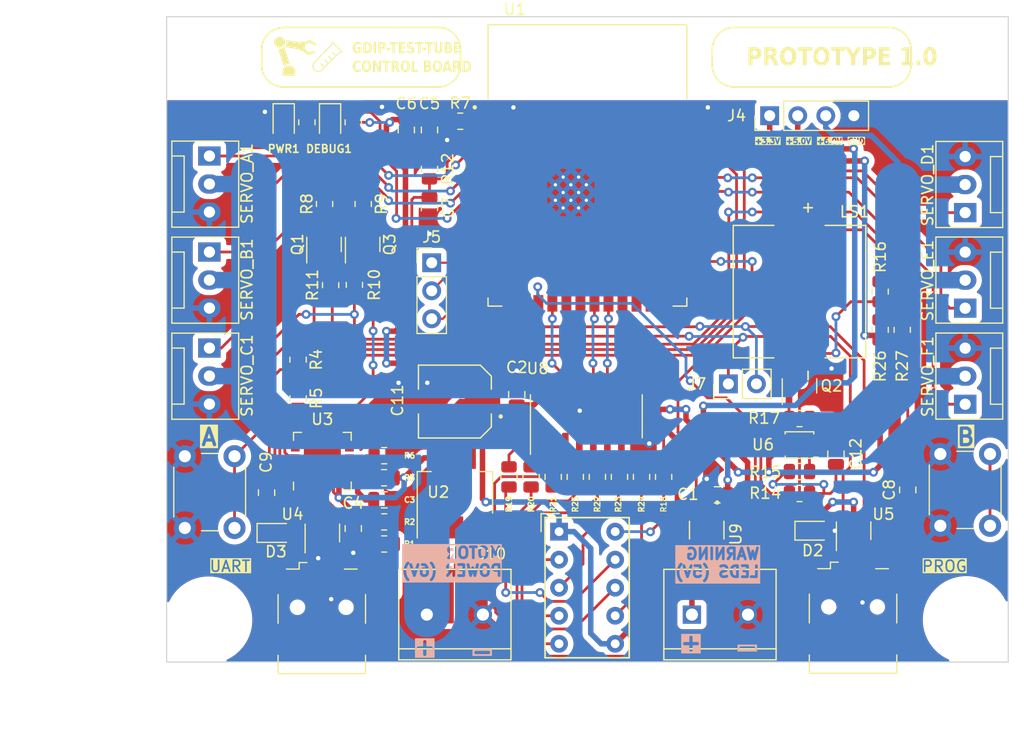
<source format=kicad_pcb>
(kicad_pcb (version 20221018) (generator pcbnew)
  (layers (0 "F.Cu" signal) (31 "B.Cu" signal) (34 "B.Paste" user) (35 "F.Paste" user) (36 "B.SilkS" user "B.Silkscreen") (37 "F.SilkS" user "F.Silkscreen") (38 "B.Mask" user) (39 "F.Mask" user) (44 "Edge.Cuts" user))
  (net 0 "")
  (net 1 "+5V")
  (net 2 "GND")
  (net 3 "Net-(U3-VBUS)")
  (net 4 "+3.3V")
  (net 5 "/CHIP_PU")
  (net 6 "/GPIO0")
  (net 7 "/D1-_IN")
  (net 8 "/D1+_IN")
  (net 10 "/D2-_IN")
  (net 11 "/D2+_IN")
  (net 13 "/PWM1")
  (net 14 "/PWM2")
  (net 15 "/PWM3")
  (net 16 "/PWM4")
  (net 17 "/PWM5")
  (net 18 "Net-(C12-Pad1)")
  (net 19 "/RTS")
  (net 20 "Net-(Q1-B)")
  (net 21 "VBUS")
  (net 22 "Net-(Q3-B)")
  (net 23 "Net-(Q3-C)")
  (net 24 "/DTR")
  (net 25 "Net-(U3-~{RST})")
  (net 26 "/U0RXD")
  (net 27 "Net-(U3-TXD)")
  (net 28 "/U0TXD")
  (net 29 "Net-(U3-RXD)")
  (net 30 "Net-(U3-~{SUSPEND})")
  (net 31 "+3.3VA")
  (net 34 "/D2+_OUT")
  (net 35 "/D2-_OUT")
  (net 50 "/D1+_OUT")
  (net 51 "/D1-_OUT")
  (net 54 "/GPIO_EXTRA_1")
  (net 55 "/GPIO_EXTRA_2")
  (net 56 "Net-(U8-QA)")
  (net 59 "Net-(U8-QB)")
  (net 60 "Net-(U8-QC)")
  (net 61 "Net-(U8-QD)")
  (net 62 "Net-(U8-QF)")
  (net 73 "Net-(C12-Pad2)")
  (net 74 "Net-(Q2-B)")
  (net 75 "Net-(Q2-C)")
  (net 76 "Net-(R14-Pad2)")
  (net 77 "Net-(R15-Pad2)")
  (net 78 "+1V5")
  (net 79 "/PWM6")
  (net 80 "Net-(U7-F)")
  (net 81 "Net-(U8-QG)")
  (net 82 "Net-(U8-QH)")
  (net 83 "Net-(U7-A)")
  (net 84 "Net-(U8-QE)")
  (net 85 "Net-(U7-B)")
  (net 86 "/PWMX")
  (net 87 "Net-(U7-C)")
  (net 88 "/GPIO_SR_DATA")
  (net 89 "Net-(U7-D)")
  (net 90 "/GPIO_SR_CLOCK")
  (net 91 "Net-(U7-E)")
  (net 92 "/GPIO_SR_RCLK")
  (net 93 "Net-(U7-G)")
  (net 95 "Net-(U7-DP)")
  (net 96 "/GPIO_EXTRA_3")
  (net 99 "Net-(D2-A)")
  (net 100 "Net-(Q1-C)")
  (net 101 "+6V")
  (net 102 "Net-(J6-Pin_1)")
  (net 103 "/GPIO_LED_SWITCH")
  (net 106 "/GPIO_LED")
  (net 107 "Net-(DEBUG1-A)")
  (net 108 "Net-(PWR1-A)")
  (footprint "Resistor_SMD:R_0805_2012Metric" (layer "F.Cu") (at 126.5875 89)
    (fp_text reference "R7")
    (fp_text value "0")
  )
  (footprint "Diode_SMD:D_SOD-323" (layer "F.Cu") (at 109.8 126.3)
    (fp_text reference "D3")
    (fp_text value "1N5819WS")
  )
  (footprint "Package_TO_SOT_SMD:SOT-223-3_TabPin2" (layer "F.Cu") (at 126.1 122.65 90)
    (fp_text reference "U2")
    (fp_text value "AMS1117-3.3")
  )
  (footprint "Package_TO_SOT_SMD:SOT-23" (layer "F.Cu") (at 117.75 100.1625 90)
    (fp_text reference "Q3")
    (fp_text value "BC818")
  )
  (footprint "Resistor_SMD:R_0805_2012Metric" (layer "F.Cu") (at 116.9 89.1 -90)
    (fp_text reference "R28" hide)
    (fp_text value "330")
  )
  (footprint "Resistor_SMD:R_0805_2012Metric" (layer "F.Cu") (at 117.8 96.5 -90)
    (fp_text reference "R9")
    (fp_text value "10k")
  )
  (footprint "Package_SO:SOIC-16_3.9x9.9mm_P1.27mm" (layer "F.Cu") (at 138 115.725 90)
    (fp_text reference "U8")
    (fp_text value "74AHC595")
  )
  (footprint "Package_TO_SOT_SMD:SOT-23-6" (layer "F.Cu") (at 162.2 126.1 90)
    (fp_text reference "U5")
    (fp_text value "USBLC6-2SC6")
  )
  (footprint "Capacitor_SMD:C_0805_2012Metric" (layer "F.Cu") (at 149.85 122.85 180)
    (fp_text reference "C1")
    (fp_text value "1uF")
  )
  (footprint "Resistor_SMD:R_0805_2012Metric" (layer "F.Cu") (at 137 121.225 -90)
    (fp_text reference "R25")
    (fp_text value "330")
  )
  (footprint "Resistor_SMD:R_0805_2012Metric" (layer "F.Cu") (at 143 121.225 -90)
    (fp_text reference "R24")
    (fp_text value "330")
  )
  (footprint "gdip-test-tube:CAP_EEEHA1H470XP" (layer "F.Cu") (at 126.1 114.4 180)
    (fp_text reference "C11")
    (fp_text value "47uF")
  )
  (footprint "Resistor_SMD:R_0805_2012Metric" (layer "F.Cu") (at 139 121.225 -90)
    (fp_text reference "R22")
    (fp_text value "330")
  )
  (footprint "Capacitor_SMD:C_0805_2012Metric" (layer "F.Cu") (at 126.1 128.2 180)
    (fp_text reference "C10")
    (fp_text value "10uF")
  )
  (footprint "Connector:FanPinHeader_1x03_P2.54mm_Vertical" (layer "F.Cu") (at 103.875 92.15 -90)
    (fp_text reference "SERVO_A1")
    (fp_text value "Conn_01x03_Pin")
  )
  (footprint "gdip-test-tube:TE_282837-2" (layer "F.Cu") (at 126.1 133.7)
    (fp_text reference "J3" hide)
    (fp_text value "Screw_Terminal_01x02")
  )
  (footprint "gdip-test-tube:TE_282837-2" (layer "F.Cu") (at 150.1 133.7)
    (fp_text reference "J6" hide)
    (fp_text value "Screw_Terminal_01x02")
  )
  (footprint "Resistor_SMD:R_0805_2012Metric" (layer "F.Cu") (at 157.3 120.7375)
    (fp_text reference "R15")
    (fp_text value "1M")
  )
  (footprint "MountingHole:MountingHole_3.5mm" (layer "F.Cu") (at 172.41 134.16)
    (fp_text reference "H3" hide)
    (fp_text value "MountingHole")
  )
  (footprint "Connector_USB:USB_Mini-B_Wuerth_65100516121_Horizontal" (layer "F.Cu") (at 114.05 133.035)
    (fp_text reference "J1" hide)
    (fp_text value "USB_B")
  )
  (footprint "Diode_SMD:D_SOD-323" (layer "F.Cu") (at 158.5 126.1)
    (fp_text reference "D2")
    (fp_text value "1N5819WS")
  )
  (footprint "Capacitor_SMD:C_0805_2012Metric" (layer "F.Cu") (at 119.7 123.3)
    (fp_text reference "C3")
    (fp_text value "1uF")
  )
  (footprint "MountingHole:MountingHole_3.5mm" (layer "F.Cu") (at 103.81 83.37)
    (fp_text reference "H1" hide)
    (fp_text value "MountingHole")
  )
  (footprint "LOGO" (layer "F.Cu") (at 114.2 83.1 -45)
    (fp_text reference "G***" hide)
    (fp_text value "LOGO" hide)
  )
  (footprint "Connector_USB:USB_Mini-B_Wuerth_65100516121_Horizontal" (layer "F.Cu") (at 162.15 133)
    (fp_text reference "J2" hide)
    (fp_text value "USB_B")
  )
  (footprint "Connector_PinHeader_2.54mm:PinHeader_1x04_P2.54mm_Vertical" (layer "F.Cu") (at 154.6 88.5 90)
    (fp_text reference "J4")
    (fp_text value "Conn_01x04")
  )
  (footprint "MountingHole:MountingHole_3.5mm" (layer "F.Cu") (at 172.39 83.34)
    (fp_text reference "H2" hide)
    (fp_text value "MountingHole")
  )
  (footprint "gdip-test-tube:XCVR_ESP32-S3-WROOM-1-N16R2" (layer "F.Cu") (at 138.1 93)
    (fp_text reference "U1")
    (fp_text value "ESP32-S3-WROOM-1-N16R2")
  )
  (footprint "Package_DFN_QFN:QFN-28-1EP_5x5mm_P0.5mm_EP3.35x3.35mm" (layer "F.Cu") (at 114.1 119.8 90)
    (fp_text reference "U3")
    (fp_text value "CP2102N-Axx-xQFN28")
  )
  (footprint "Capacitor_SMD:C_0805_2012Metric" (layer "F.Cu") (at 123.8 89.79 -90)
    (fp_text reference "C5")
    (fp_text value "0.1uF")
  )
  (footprint "Package_TO_SOT_SMD:SOT-23" (layer "F.Cu") (at 114.25 100.1625 90)
    (fp_text reference "Q1")
    (fp_text value "BC818")
  )
  (footprint "Capacitor_SMD:C_0805_2012Metric" (layer "F.Cu") (at 123.8 96.85 -90)
    (fp_text reference "C7")
    (fp_text value "1uF")
  )
  (footprint "Capacitor_SMD:C_0805_2012Metric" (layer "F.Cu") (at 109.05 122.65 90)
    (fp_text reference "C9")
    (fp_text value "0.1uF")
  )
  (footprint "Resistor_SMD:R_0805_2012Metric" (layer "F.Cu") (at 112.7 89.1 -90)
    (fp_text reference "R13" hide)
    (fp_text value "330")
  )
  (footprint "LED_SMD:LED_0805_2012Metric" (layer "F.Cu") (at 110.6 89.1 -90)
    (fp_text reference "PWR1")
    (fp_text value "LED")
  )
  (footprint "Capacitor_SMD:C_0805_2012Metric" (layer "F.Cu") (at 116.9 125.9 -90)
    (fp_text reference "C4")
    (fp_text value "10uF")
  )
  (footprint "Resistor_SMD:R_0805_2012Metric" (layer "F.Cu") (at 164.6 107.9 90)
    (fp_text reference "R26")
    (fp_text value "4.7k")
  )
  (footprint "Resistor_SMD:R_0805_2012Metric" (layer "F.Cu") (at 141 121.225 -90)
    (fp_text reference "R23")
    (fp_text value "330")
  )
  (footprint "Resistor_SMD:R_0805_2012Metric" (layer "F.Cu") (at 114.3 96.5 -90)
    (fp_text reference "R8")
    (fp_text value "10k")
  )
  (footprint "Resistor_SMD:R_0805_2012Metric" (layer "F.Cu") (at 119.7 119.3 180)
    (fp_text reference "R6")
    (fp_text value "0")
  )
  (footprint "Package_TO_SOT_SMD:SOT-23-6" (layer "F.Cu") (at 114.1 126.3 90)
    (fp_text reference "U4")
    (fp_text value "USBLC6-2SC6")
  )
  (footprint "Resistor_SMD:R_0805_2012Metric" (layer "F.Cu") (at 119.6875 121.3 180)
    (fp_text reference "R3")
    (fp_text value "1K")
  )
  (footprint "Resistor_SMD:R_0805_2012Metric" (layer "F.Cu") (at 131 121.225 -90)
    (fp_text reference "R19")
    (fp_text value "330")
  )
  (footprint "Capacitor_SMD:C_0805_2012Metric" (layer "F.Cu") (at 167.1 122.4 90)
    (fp_text reference "C8")
    (fp_text value "0.1uF")
  )
  (footprint "Resistor_SMD:R_0805_2012Metric" (layer "F.Cu") (at 135 121.225 -90)
    (fp_text reference "R21")
    (fp_text value "330")
  )
  (footprint "Connector_PinHeader_2.54mm:PinHeader_1x02_P2.54mm_Vertical" (layer "F.Cu") (at 150.86 112.8 90)
    (fp_text reference "J7")
    (fp_text value "Conn_01x02")
  )
  (footprint "Button_Switch_THT:SW_PUSH_6mm" (layer "F.Cu") (at 170.05 125.65 90)
    (fp_text reference "SW1" hide)
    (fp_text value "SW_Push")
  )
  (footprint "gdip-test-tube:SOT95P280X145-6N" (layer "F.Cu") (at 148.9 126.045 -90)
    (fp_text reference "U9")
    (fp_text value "TPS22810DBVT")
  )
  (footprint "Capacitor_SMD:C_0805_2012Metric" (layer "F.Cu") (at 131.7 113.75 90)
    (fp_text reference "C2")
    (fp_text value "10uF")
  )
  (footprint "Package_SO:VSSOP-8_2.4x2.1mm_P0.5mm" (layer "F.Cu") (at 157.3 118.3375 180)
    (fp_text reference "U6")
    (fp_text value "74LVC2G00")
  )
  (footprint "Button_Switch_THT:SW_PUSH_6mm" (layer "F.Cu") (at 101.65 125.85 90)
    (fp_text reference "SW2" hide)
    (fp_text value "SW_Push")
  )
  (footprint "Resistor_SMD:R_0805_2012Metric" (layer "F.Cu") (at 157.3 115.9375 180)
    (fp_text reference "R17")
    (fp_text value "1K")
  )
  (footprint "LED_SMD:LED_0805_2012Metric" (layer "F.Cu") (at 114.8 89.1 -90)
    (fp_text reference "DEBUG1")
    (fp_text value "LED")
  )
  (footprint "Resistor_SMD:R_0805_2012Metric" (layer "F.Cu") (at 164.6 104.4375 -90)
    (fp_text reference "R16")
    (fp_text value "1K")
  )
  (footprint "Package_TO_SOT_SMD:SOT-23" (layer "F.Cu") (at 157.3 112.975 90)
    (fp_text reference "Q2")
    (fp_text value "BC818")
  )
  (footprint "Resistor_SMD:R_0805_2012Metric" (layer "F.Cu") (at 111.9 110.6 -90)
    (fp_text reference "R4")
    (fp_text value "0")
  )
  (footprint "Resistor_SMD:R_0805_2012Metric" (layer "F.Cu") (at 133 121.225 -90)
    (fp_text reference "R20")
    (fp_text value "330")
  )
  (footprint "Resistor_SMD:R_0805_2012Metric" (layer "F.Cu") (at 111.9 114.1 -90)
    (fp_text reference "R5")
    (fp_text value "0")
  )
  (footprint "Resistor_SMD:R_0805_2012Metric" (layer "F.Cu") (at 145 121.225 -90)
    (fp_text reference "R18")
    (fp_text value "330")
  )
  (footprint "Capacitor_SMD:C_0805_2012Metric" (layer "F.Cu") (at 160.6 119.1375 90)
    (fp_text reference "C12")
    (fp_text value "0.001uF")
  )
  (footprint "Resistor_SMD:R_0805_2012Metric" (layer "F.Cu") (at 114.85 103.85 90)
    (fp_text reference "R11")
    (fp_text value "0")
  )
  (footprint "Display_7Segment:HDSP-7401" (layer "F.Cu") (at 135.5325 126.1825)
    (fp_text reference "U7" hide)
    (fp_text value "HDSP-7401")
  )
  (footprint "Resistor_SMD:R_0805_2012Metric" (layer "F.Cu") (at 123.8 93.3125 -90)
    (fp_text reference "R12")
    (fp_text value "10k")
  )
  (footprint "Capacitor_SMD:C_0805_2012Metric" (layer "F.Cu") (at 121.7 89.8 -90)
    (fp_text reference "C6")
    (fp_text value "10uF")
  )
  (footprint "Connector_PinHeader_2.54mm:PinHeader_1x03_P2.54mm_Vertical" (layer "F.Cu") (at 124 101.82)
    (fp_text reference "J5")
    (fp_text value "Conn_01x03")
  )
  (footprint "Connector:FanPinHeader_1x03_P2.54mm_Vertical" (layer "F.Cu") (at 172.3 105.94 90)
    (fp_text reference "SERVO_E1")
    (fp_text value "Conn_01x03_Pin")
  )
  (footprint "MountingHole:MountingHole_3.5mm" (layer "F.Cu") (at 103.81 134.19)
    (fp_text reference "H4" hide)
    (fp_text value "MountingHole")
  )
  (footprint "LOGO" (layer "F.Cu") (at 111.6 83.1)
    (fp_text reference "G***" hide)
    (fp_text value "LOGO" hide)
  )
  (footprint "gdip-test-tube:SPKR_PKLCS1212E40A1-R1" (layer "F.Cu") (at 157.3 104.4375 -90)
    (fp_text reference "LS1")
    (fp_text value "PKLCS1212E40A1-R1")
  )
  (footprint "Resistor_SMD:R_0805_2012Metric" (layer "F.Cu") (at 119.7 127.3 180)
    (fp_text reference "R1")
    (fp_text value "22.1k")
  )
  (footprint "Connector:FanPinHeader_1x03_P2.54mm_Vertical" (layer "F.Cu") (at 103.875 100.85 -90)
    (fp_text reference "SERVO_B1")
    (fp_text value "Conn_01x03_Pin")
  )
  (footprint "Resistor_SMD:R_0805_2012Metric" (layer "F.Cu") (at 119.7 125.3 180)
    (fp_text reference "R2")
    (fp_text value "47.5K")
  )
  (footprint "Connector:FanPinHeader_1x03_P2.54mm_Vertical" (layer "F.Cu") (at 172.3 114.64 90)
    (fp_text reference "SERVO_F1")
    (fp_text value "Conn_01x03_Pin")
  )
  (footprint "Resistor_SMD:R_0805_2012Metric" (layer "F.Cu") (at 157.3 122.725 180)
    (fp_text reference "R14")
    (fp_text value "120K")
  )
  (footprint "Connector:FanPinHeader_1x03_P2.54mm_Vertical" (layer "F.Cu") (at 172.3 97.28 90)
    (fp_text reference "SERVO_D1")
    (fp_text value "Conn_01x03_Pin")
  )
  (footprint "Connector:FanPinHeader_1x03_P2.54mm_Vertical" (layer "F.Cu") (at 103.875 109.55 -90)
    (fp_text reference "SERVO_C1")
    (fp_text value "Conn_01x03_Pin")
  )
  (footprint "Resistor_SMD:R_0805_2012Metric" (layer "F.Cu") (at 166.6 107.9 -90)
    (fp_text reference "R27")
    (fp_text value "3.9k")
  )
  (footprint "Resistor_SMD:R_0805_2012Metric" (layer "F.Cu") (at 117 103.825 90)
    (fp_text reference "R10")
    (fp_text value "0")
  )
  (gr_arc (start 110.6 85.9) (mid 109.185786 85.314214) (end 108.6 83.9) (stroke (width 0.15)) (layer "F.SilkS"))
  (gr_arc (start 108.610026 82.5) (mid 109.192876 81.092876) (end 110.6 80.510026) (stroke (width 0.15)) (layer "F.SilkS"))
  (gr_arc (start 165.392893 80.5) (mid 166.807107 81.085786) (end 167.392893 82.5) (stroke (width 0.15)) (layer "F.SilkS"))
  (gr_line (start 149.392893 83.9) (end 149.407107 82.5) (stroke (width 0.15)) (layer "F.SilkS"))
  (gr_arc (start 126.6 83.9) (mid 126.014214 85.314214) (end 124.6 85.9) (stroke (width 0.15)) (layer "F.SilkS"))
  (gr_arc (start 151.392893 85.9) (mid 149.978679 85.314214) (end 149.392893 83.9) (stroke (width 0.15)) (layer "F.SilkS"))
  (gr_line (start 110.6 85.9) (end 124.585786 85.9) (stroke (width 0.15)) (layer "F.SilkS"))
  (gr_arc (start 149.407107 82.5) (mid 149.992893 81.085786) (end 151.407107 80.5) (stroke (width 0.15)) (layer "F.SilkS"))
  (gr_line (start 108.6 83.9) (end 108.614214 82.5) (stroke (width 0.15)) (layer "F.SilkS"))
  (gr_line (start 165.392893 85.9) (end 151.392893 85.9) (stroke (width 0.15)) (layer "F.SilkS"))
  (gr_line (start 151.407107 80.5) (end 165.392893 80.5) (stroke (width 0.15)) (layer "F.SilkS"))
  (gr_line (start 126.6 83.9) (end 126.614214 82.5) (stroke (width 0.15)) (layer "F.SilkS"))
  (gr_line (start 167.392893 83.9) (end 167.392893 82.5) (stroke (width 0.15)) (layer "F.SilkS"))
  (gr_arc (start 167.392893 83.9) (mid 166.807107 85.314214) (end 165.392893 85.9) (stroke (width 0.15)) (layer "F.SilkS"))
  (gr_arc (start 124.6 80.5) (mid 126.014214 81.085786) (end 126.6 82.5) (stroke (width 0.15)) (layer "F.SilkS"))
  (gr_line (start 110.6 80.5) (end 124.585786 80.5) (stroke (width 0.15)) (layer "F.SilkS"))
  (gr_rect (start 100 79.53) (end 176.2 138) (stroke (width 0.1)) (fill none) (layer "Edge.Cuts"))
  (gr_text "+" (at 124.5 137.5) (layer "B.SilkS" knockout) (effects (font (size 1.5 1.5) (thickness 0.3) bold) (justify left bottom mirror)))
  (gr_text "MOTOR\nPOWER (6V)" (at 130.5 130.3) (layer "B.SilkS" knockout) (effects (font (size 1 1) (thickness 0.25) bold) (justify left bottom mirror)))
  (gr_text "-" (at 129.7 137.9) (layer "B.SilkS" knockout) (effects (font (size 1.5 1.5) (thickness 0.3) bold) (justify left bottom mirror)))
  (gr_text "WARNING\nLEDS (5V)" (at 153.8 130.4) (layer "B.SilkS" knockout) (effects (font (size 1 1) (thickness 0.25) bold) (justify left bottom mirror)))
  (gr_text "+" (at 148.6 137.1) (layer "B.SilkS" knockout) (effects (font (size 1.5 1.5) (thickness 0.3) bold) (justify left bottom mirror)))
  (gr_text "-" (at 153.7 137.5) (layer "B.SilkS" knockout) (effects (font (size 1.5 1.5) (thickness 0.3) bold) (justify left bottom mirror)))
  (gr_text "+6.0V" (at 158.8 91.1) (layer "F.SilkS" knockout) (effects (font (size 0.5 0.5) (thickness 0.125) bold) (justify left bottom)))
  (gr_text "B" (at 171.4 118.5) (layer "F.SilkS" knockout) (effects (font (size 1.5 1.5) (thickness 0.3) bold) (justify left bottom)))
  (gr_text "PROTOTYPE 1.0" (at 152.5 84.2) (layer "F.SilkS") (effects (font (size 1.6 1.4) (thickness 0.3) bold) (justify left bottom)))
  (gr_text "PROG" (at 168.3 129.9) (layer "F.SilkS" knockout) (effects (font (size 1 1)) (justify left bottom)))
  (gr_text "+5.0V" (at 156 91.1) (layer "F.SilkS" knockout) (effects (font (size 0.5 0.5) (thickness 0.125) bold) (justify left bottom)))
  (gr_text "+3.3V" (at 155.6 91.1) (layer "F.SilkS" knockout) (effects (font (size 0.5 0.5) (thickness 0.125) bold) (justify right bottom)))
  (gr_text "GDIP-TEST-TUBE \nCONTROL BOARD " (at 116.8 84.7) (layer "F.SilkS") (effects (font (size 1 0.8) (thickness 0.16) bold) (justify left bottom)))
  (gr_text "A" (at 103 118.5) (layer "F.SilkS" knockout) (effects (font (size 1.5 1.5) (thickness 0.3) bold) (justify left bottom)))
  (gr_text "GND" (at 161.6 91.1) (layer "F.SilkS" knockout) (effects (font (size 0.5 0.5) (thickness 0.125) bold) (justify left bottom)))
  (gr_text "UART" (at 103.8 129.9) (layer "F.SilkS" knockout) (effects (font (size 1 1)) (justify left bottom)))
  (segment (start 122.765 137.635) (end 114.735 137.635) (width 0.5) (layer "F.Cu") (net 1))
  (segment (start 152.6 126.1) (end 157.45 126.1) (width 0.5) (layer "F.Cu") (net 1))
  (segment (start 128.4075 137.5925) (end 128.4 137.6) (width 0.5) (layer "F.Cu") (net 1))
  (segment (start 157.6 91.5) (end 157.14 91.04) (width 0.5) (layer "F.Cu") (net 1))
  (segment (start 152.6 119.9) (end 148.59815 115.89815) (width 0.5) (layer "F.Cu") (net 1))
  (segment (start 128.4 137.6) (end 122.8 137.6) (width 0.5) (layer "F.Cu") (net 1))
  (segment (start 110.6 132.6) (end 111.1 132.1) (width 0.5) (layer "F.Cu") (net 1))
  (segment (start 144.5 128.4) (end 144.5 135.3) (width 0.5) (layer "F.Cu") (net 1))
  (segment (start 157.14 91.04) (end 157.14 88.5) (width 0.5) (layer "F.Cu") (net 1))
  (segment (start 142.2075 137.5925) (end 128.4075 137.5925) (width 0.5) (layer "F.Cu") (net 1))
  (segment (start 111.1 128.65) (end 108.75 126.3) (width 0.5) (layer "F.Cu") (net 1))
  (segment (start 110.6 133.5) (end 110.6 132.6) (width 0.5) (layer "F.Cu") (net 1))
  (segment (start 162.2 91.5) (end 157.6 91.5) (width 0.5) (layer "F.Cu") (net 1))
  (segment (start 122.8 137.6) (end 122.765 137.635) (width 0.5) (layer "F.Cu") (net 1))
  (segment (start 152.6 126.1) (end 146.8 126.1) (width 0.5) (layer "F.Cu") (net 1))
  (segment (start 144.5 135.3) (end 142.2075 137.5925) (width 0.5) (layer "F.Cu") (net 1))
  (segment (start 146.8 126.1) (end 144.5 128.4) (width 0.5) (layer "F.Cu") (net 1))
  (segment (start 152.6 126.1) (end 152.6 119.9) (width 0.5) (layer "F.Cu") (net 1))
  (segment (start 114.735 137.635) (end 110.6 133.5) (width 0.5) (layer "F.Cu") (net 1))
  (segment (start 111.1 132.1) (end 111.1 128.65) (width 0.5) (layer "F.Cu") (net 1))
  (segment (start 148.59815 115.89815) (end 148.59815 114.789313) (width 0.5) (layer "F.Cu") (net 1))
  (via (at 148.59815 114.789313) (size 0.8) (drill 0.4) (layers "F.Cu" "B.Cu") (net 1))
  (via (at 162.2 91.5) (size 0.8) (drill 0.4) (layers "F.Cu" "B.Cu") (net 1))
  (segment (start 161.7 112.7) (end 162.3 112.1) (width 0.5) (layer "B.Cu") (net 1))
  (segment (start 162.3 91.6) (end 162.2 91.5) (width 0.5) (layer "B.Cu") (net 1))
  (segment (start 162.3 112.1) (end 162.3 91.6) (width 0.5) (layer "B.Cu") (net 1))
  (segment (start 156.95 114.75) (end 159 112.7) (width 0.5) (layer "B.Cu") (net 1))
  (segment (start 159 112.7) (end 161.7 112.7) (width 0.5) (layer "B.Cu") (net 1))
  (segment (start 148.59815 114.789313) (end 148.637463 114.75) (width 0.5) (layer "B.Cu") (net 1))
  (segment (start 148.637463 114.75) (end 156.95 114.75) (width 0.5) (layer "B.Cu") (net 1))
  (segment (start 129.35 87.74) (end 131.39 87.74) (width 0.5) (layer "F.Cu") (net 2))
  (segment (start 161.623529 126.1) (end 160.5 126.1) (width 0.5) (layer "F.Cu") (net 2))
  (segment (start 138 95.46) (end 136.6 96.86) (width 0.15) (layer "F.Cu") (net 2))
  (segment (start 114.85 130.435) (end 114.85 132.25) (width 0.5) (layer "F.Cu") (net 2))
  (segment (start 131.39 87.74) (end 131.4 87.75) (width 0.5) (layer "F.Cu") (net 2))
  (segment (start 146.85 87.74) (end 148.99 87.74) (width 0.5) (layer "F.Cu") (net 2))
  (segment (start 112.99896 123.3) (end 113.6 122.69896) (width 0.2) (layer "F.Cu") (net 2))
  (segment (start 123.8 90.74) (end 125.358624 90.74) (width 0.5) (layer "F.Cu") (net 2))
  (segment (start 123.8 97.8) (end 123.8 99.2) (width 0.5) (layer "F.Cu") (net 2))
  (segment (start 123.8 127.6) (end 123.8 125.8) (width 0.5) (layer "F.Cu") (net 2))
  (segment (start 113.6 122.69896) (end 113.6 122.25) (width 0.2) (layer "F.Cu") (net 2))
  (segment (start 108.9125 88.1625) (end 108.9 88.15) (width 0.25) (layer "F.Cu") (net 2))
  (segment (start 142.445 118.2) (end 143.7 118.2) (width 0.5) (layer "F.Cu") (net 2))
  (segment (start 125.15 128.2) (end 124.4 128.2) (width 0.5) (layer "F.Cu") (net 2))
  (segment (start 162.95 130.4) (end 162.95 132.55) (width 0.5) (layer "F.Cu") (net 2))
  (segment (start 123.8 90.74) (end 121.71 90.74) (width 0.5) (layer "F.Cu") (net 2))
  (segment (start 160.5 126.1) (end 164.55 126.1) (width 0.5) (layer "F.Cu") (net 2))
  (segment (start 162.95 132.55) (end 163 132.6) (width 0.5) (layer "F.Cu") (net 2))
  (segment (start 135.2 95.488248) (end 135.2 95.46) (width 0.15) (layer "F.Cu") (net 2))
  (segment (start 167.1 123.35) (end 167.1 125.1) (width 0.5) (layer "F.Cu") (net 2))
  (segment (start 123.8 123.8) (end 123.8 125.8) (width 0.5) (layer "F.Cu") (net 2))
  (segment (start 157.7875 117.5875) (end 157.3 117.1) (width 0.25) (layer "F.Cu") (net 2))
  (segment (start 157.3 117.1) (end 157.3 114.2) (width 0.25) (layer "F.Cu") (net 2))
  (segment (start 120.6125 125.3) (end 123.3 125.3) (width 0.5) (layer "F.Cu") (net 2))
  (segment (start 109.05 123.6) (end 109.35 123.3) (width 0.2) (layer "F.Cu") (net 2))
  (segment (start 162.2 126.676472) (end 161.85 126.326471) (width 0.5) (layer "F.Cu") (net 2))
  (segment (start 159.6375 113.9125) (end 158.25 113.9125) (width 0.5) (layer "F.Cu") (net 2))
  (segment (start 121.71 90.74) (end 121.7 90.75) (width 0.5) (layer "F.Cu") (net 2))
  (segment (start 148.9 122.85) (end 148.9 121.4) (width 0.5) (layer "F.Cu") (net 2))
  (segment (start 123.6 114.4) (end 122.7 114.4) (width 0.5) (layer "F.Cu") (net 2))
  (segment (start 109.35 123.3) (end 112.99896 123.3) (width 0.2) (layer "F.Cu") (net 2))
  (segment (start 116.9 126.85) (end 116.9 128.1) (width 0.5) (layer "F.Cu") (net 2))
  (segment (start 123.6 114.4) (end 123.6 112.7) (width 0.5) (layer "F.Cu") (net 2))
  (segment (start 138 94.06) (end 136.6 95.46) (width 0.15) (layer "F.Cu") (net 2))
  (segment (start 114.1 128.21462) (end 113.725953 128.588667) (width 0.2) (layer "F.Cu") (net 2))
  (segment (start 161.85 126.326471) (end 161.623529 126.1) (width 0.5) (layer "F.Cu") (net 2))
  (segment (start 123.3 123.3) (end 123.8 123.8) (width 0.5) (layer "F.Cu") (net 2))
  (segment (start 120.6125 119.3) (end 121.9 119.3) (width 0.5) (layer "F.Cu") (net 2))
  (segment (start 167.1 125.1) (end 167.65 125.65) (width 0.5) (layer "F.Cu") (net 2))
  (segment (start 137.365 113.25) (end 137.365 115.19) (width 0.5) (layer "F.Cu") (net 2))
  (segment (start 148.9 124.79) (end 148.9 122.85) (width 0.5) (layer "F.Cu") (net 2))
  (segment (start 160.2 111.4) (end 160.2 113.35) (width 0.5) (layer "F.Cu") (net 2))
  (segment (start 167.65 125.65) (end 170.05 125.65) (width 0.5) (layer "F.Cu") (net 2))
  (segment (start 157.3 114.2) (end 157.5875 113.9125) (width 0.25) (layer "F.Cu") (net 2))
  (segment (start 136.571752 96.86) (end 135.2 95.488248) (width 0.15) (layer "F.Cu") (net 2))
  (segment (start 136.6 95.46) (end 135.2 96.86) (width 0.15) (layer "F.Cu") (net 2))
  (segment (start 136.6 95.46) (end 138 96.86) (width 0.15) (layer "F.Cu") (net 2))
  (segment (start 157.5875 113.9125) (end 158.25 113.9125) (width 0.25) (layer "F.Cu") (net 2))
  (segment (start 113.6 122.25) (end 113.6 120.3) (width 0.2) (layer "F.Cu") (net 2))
  (segment (start 136.6 94.06) (end 138 95.46) (width 0.15) (layer "F.Cu") (net 2))
  (segment (start 160.2 113.35) (end 159.6375 113.9125) (width 0.5) (layer "F.Cu") (net 2))
  (segment (start 119.15 87.35) (end 119.5 87.7) (width 0.25) (layer "F.Cu") (net 2))
  (segment (start 113.6 120.3) (end 114.1 119.8) (width 0.2) (layer "F.Cu") (net 2))
  (segment (start 124.4 128.2) (end 123.8 127.6) (width 0.5) (layer "F.Cu") (net 2))
  (segment (start 115.9 87.35) (end 119.15 87.35) (width 0.25) (layer "F.Cu") (net 2))
  (segment (start 114.1 127.4375) (end 114.1 128.21462) (width 0.2) (layer "F.Cu") (net 2))
  (segment (start 162.2 127.2375) (end 162.2 126.676472) (width 0.5) (layer "F.Cu") (net 2))
  (segment (start 158.85 117.5875) (end 157.7875 117.5875) (width 0.25) (layer "F.Cu") (net 2))
  (segment (start 136.6 96.86) (end 136.571752 96.86) (width 0.15) (layer "F.Cu") (net 2))
  (segment (start 136.6 94.06) (end 135.2 95.46) (width 0.15) (layer "F.Cu") (net 2))
  (segment (start 123.3 125.3) (end 123.8 125.8) (width 0.5) (layer "F.Cu") (net 2))
  (segment (start 115.0875 88.1625) (end 115.9 87.35) (width 0.25) (layer "F.Cu") (net 2))
  (segment (start 110.6 88.1625) (end 108.9125 88.1625) (width 0.25) (layer "F.Cu") (net 2))
  (segment (start 114.85 132.25) (end 114.9 132.3) (width 0.5) (layer "F.Cu") (net 2))
  (segment (start 114.8 88.1625) (end 115.0875 88.1625) (width 0.25) (layer "F.Cu") (net 2))
  (segment (start 125.358624 90.74) (end 125.399312 90.699312) (width 0.5) (layer "F.Cu") (net 2))
  (segment (start 137.365 115.19) (end 137.4 115.225) (width 0.5) (layer "F.Cu") (net 2))
  (segment (start 122.7 114.4) (end 121 112.7) (width 0.5) (layer "F.Cu") (net 2))
  (segment (start 131.7 112.8) (end 131.7 111.6) (width 0.5) (layer "F.Cu") (net 2))
  (segment (start 148.99 87.74) (end 149 87.75) (width 0.5) (layer "F.Cu") (net 2))
  (segment (start 164.55 126.1) (end 164.6 126.15) (width 0.5) (layer "F.Cu") (net 2))
  (segment (start 136.6 95.46) (end 135.2 94.06) (width 0.15) (layer "F.Cu") (net 2))
  (segment (start 120.65 123.3) (end 123.3 123.3) (width 0.5) (layer "F.Cu") (net 2))
  (via (at 116.9 128.1) (size 0.8) (drill 0.4) (layers "F.Cu" "B.Cu") (net 2))
  (via (at 108.9 88.15) (size 0.8) (drill 0.4) (layers "F.Cu" "B.Cu") (net 2))
  (via (at 149 87.75) (size 0.8) (drill 0.4) (layers "F.Cu" "B.Cu") (net 2))
  (via (at 160.2 111.4) (size 0.8) (drill 0.4) (layers "F.Cu" "B.Cu") (net 2))
  (via (at 143.7 118.2) (size 0.8) (drill 0.4) (layers "F.Cu" "B.Cu") (net 2))
  (via (at 119.5 87.7) (size 0.8) (drill 0.4) (layers "F.Cu" "B.Cu") (net 2))
  (via (at 123.6 112.7) (size 0.8) (drill 0.4) (layers "F.Cu" "B.Cu") (net 2))
  (via (at 137.4 115.225) (size 0.8) (drill 0.4) (layers "F.Cu" "B.Cu") (net 2))
  (via (at 160.5 126.1) (size 0.8) (drill 0.4) (layers "F.Cu" "B.Cu") (net 2))
  (via (at 113.725953 128.588667) (size 0.8) (drill 0.4) (layers "F.Cu" "B.Cu") (net 2))
  (via (at 114.9 132.3) (size 0.8) (drill 0.4) (layers "F.Cu" "B.Cu") (net 2))
  (via (at 123.8 99.2) (size 0.8) (drill 0.4) (layers "F.Cu" "B.Cu") (net 2))
  (via (at 125.399312 90.699312) (size 0.8) (drill 0.4) (layers "F.Cu" "B.Cu") (net 2))
  (via (at 131.4 87.75) (size 0.8) (drill 0.4) (layers "F.Cu" "B.Cu") (net 2))
  (via (at 148.9 121.4) (size 0.8) (drill 0.4) (layers "F.Cu" "B.Cu") (net 2))
  (via (at 121 112.7) (size 0.8) (drill 0.4) (layers "F.Cu" "B.Cu") (net 2))
  (via (at 131.7 111.6) (size 0.8) (drill 0.4) (layers "F.Cu" "B.Cu") (net 2))
  (via (at 121.9 119.3) (size 0.8) (drill 0.4) (layers "F.Cu" "B.Cu") (net 2))
  (via (at 163 132.6) (size 0.8) (drill 0.4) (layers "F.Cu" "B.Cu") (net 2))
  (segment (start 118.75 123.3) (end 118 123.3) (width 0.5) (layer "F.Cu") (net 3))
  (segment (start 117.3 121.5) (end 117.175 121.375) (width 0.5) (layer "F.Cu") (net 3))
  (segment (start 118.7875 123.3375) (end 118.75 123.3) (width 0.5) (layer "F.Cu") (net 3))
  (segment (start 118.7875 127.3) (end 118.7875 123.3375) (width 0.5) (layer "F.Cu") (net 3))
  (segment (start 117.175 121.375) (end 116.55 121.375) (width 0.5) (layer "F.Cu") (net 3))
  (segment (start 117.3 122.6) (end 117.3 121.5) (width 0.5) (layer "F.Cu") (net 3))
  (segment (start 118 123.3) (end 117.3 122.6) (width 0.5) (layer "F.Cu") (net 3))
  (segment (start 164.1875 108.4) (end 164.6 108.8125) (width 0.5) (layer "F.Cu") (net 4))
  (segment (start 146.25 125.45) (end 143.7 128) (width 0.5) (layer "F.Cu") (net 4))
  (segment (start 119.9 108.0255) (end 120.6995 108.0255) (width 0.5) (layer "F.Cu") (net 4))
  (segment (start 131.7 116.2625) (end 130.55 117.4125) (width 0.5) (layer "F.Cu") (net 4))
  (segment (start 164.6 108.8125) (end 164.6 120.2) (width 0.5) (layer "F.Cu") (net 4))
  (segment (start 115.1 122.25) (end 115.1 122.6) (width 0.25) (layer "F.Cu") (net 4))
  (segment (start 147.024 115.1) (end 147.024 116.024) (width 0.5) (layer "F.Cu") (net 4))
  (segment (start 115.1 122.6) (end 115.6 123.1) (width 0.25) (layer "F.Cu") (net 4))
  (segment (start 119.9 91.625) (end 119.9 89.4) (width 0.5) (layer "F.Cu") (net 4))
  (segment (start 120.2 89.1) (end 120.45 88.85) (width 0.5) (layer "F.Cu") (net 4))
  (segment (start 126.1 119.5) (end 126.1 114.9) (width 0.5) (layer "F.Cu") (net 4))
  (segment (start 128.6 117.4) (end 128.6125 117.4125) (width 0.5) (layer "F.Cu") (net 4))
  (segment (start 154.5245 119.5755) (end 154.9375 119.1625) (width 0.5) (layer "F.Cu") (net 4))
  (segment (start 120.6995 108.0255) (end 121.625 107.1) (width 0.5) (layer "F.Cu") (net 4))
  (segment (start 126.1 125.8) (end 126.1 119.5) (width 0.5) (layer "F.Cu") (net 4))
  (segment (start 141.5 115.1) (end 141.175 114.775) (width 0.5) (layer "F.Cu") (net 4))
  (segment (start 121.625 107.1) (end 121.625 93.35) (width 0.5) (layer "F.Cu") (net 4))
  (segment (start 119.9 89.4) (end 120.2 89.1) (width 0.5) (layer "F.Cu") (net 4))
  (segment (start 154.6 91.8) (end 154.6 88.5) (width 0.5) (layer "F.Cu") (net 4))
  (segment (start 128.6 111.8) (end 128.6 114.4) (width 0.5) (layer "F.Cu") (net 4))
  (segment (start 112.7 88.1875) (end 113.6125 89.1) (width 0.25) (layer "F.Cu") (net 4))
  (segment (start 118.2 89.1) (end 118.375402 89.1) (width 0.25) (layer "F.Cu") (net 4))
  (segment (start 140.6125 136.3425) (end 143.7 133.255) (width 0.5) (layer "F.Cu") (net 4))
  (segment (start 141.175 114.775) (end 141.175 113.25) (width 0.5) (layer "F.Cu") (net 4))
  (segment (start 131.7 114.7) (end 133.25 114.7) (width 0.5) (layer "F.Cu") (net 4))
  (segment (start 143.7 133.255) (end 143.7 128) (width 0.5) (layer "F.Cu") (net 4))
  (segment (start 126.1 114.9) (end 126.6 114.4) (width 0.5) (layer "F.Cu") (net 4))
  (segment (start 116.9 124.4) (end 115.6 123.1) (width 0.5) (layer "F.Cu") (net 4))
  (segment (start 133.25 114.7) (end 133.555 114.395) (width 0.5) (layer "F.Cu") (net 4))
  (segment (start 123.3 119.5) (end 126.1 119.5) (width 0.5) (layer "F.Cu") (net 4))
  (segment (start 155.4 92.6) (end 154.6 91.8) (width 0.5) (layer "F.Cu") (net 4))
  (segment (start 128.6 123.2) (end 128.6 116.3) (width 0.5) (layer "F.Cu") (net 4))
  (segment (start 154.5245 120.8) (end 154.5245 119.5755) (width 0.5) (layer "F.Cu") (net 4))
  (segment (start 154.9375 119.1625) (end 155.75 119.1625) (width 0.5) (layer "F.Cu") (net 4))
  (segment (start 133.555 114.395) (end 133.555 113.25) (width 0.5) (layer "F.Cu") (net 4))
  (segment (start 118.375402 89.1) (end 118.387701 89.112299) (width 0.25) (layer "F.Cu") (net 4))
  (segment (start 128.6 114.4) (end 128.6 116.3) (width 0.5) (layer "F.Cu") (net 4))
  (segment (start 144.55 115.1) (end 144.55 116.25) (width 0.5) (layer "F.Cu") (net 4))
  (segment (start 113.6125 89.1) (end 118.2 89.1) (width 0.25) (layer "F.Cu") (net 4))
  (segment (start 128.9 123.5) (end 128.6 123.2) (width 0.5) (layer "F.Cu") (net 4))
  (segment (start 141.5 115.1) (end 144.55 115.1) (width 0.5) (layer "F.Cu") (net 4))
  (segment (start 146.25 117.95) (end 146.25 125.45) (width 0.5) (layer "F.Cu") (net 4))
  (segment (start 131.7 114.7) (end 131.7 116.2625) (width 0.5) (layer "F.Cu") (net 4))
  (segment (start 128.6125 117.4125) (end 130.55 117.4125) (width 0.5) (layer "F.Cu") (net 4))
  (segment (start 164.6 120.2) (end 164 120.8) (width 0.5) (layer "F.Cu") (net 4))
  (segment (start 115.6 123.1) (end 115.6 122.25) (width 0.5) (layer "F.Cu") (net 4))
  (segment (start 163.2 108.4) (end 164.1875 108.4) (width 0.5) (layer "F.Cu") (net 4))
  (segment (start 123.79 88.85) (end 123.8 88.84) (width 0.5) (layer "F.Cu") (net 4))
  (segment (start 121.625 93.35) (end 119.9 91.625) (width 0.5) (layer "F.Cu") (net 4))
  (segment (start 116.9 124.95) (end 116.9 124.4) (width 0.5) (layer "F.Cu") (net 4))
  (segment (start 121.7 88.85) (end 123.79 88.85) (width 0.5) (layer "F.Cu") (net 4))
  (segment (start 163.2 92.6) (end 155.4 92.6) (width 0.5) (layer "F.Cu") (net 4))
  (segment (start 144.55 116.25) (end 146.25 117.95) (width 0.5) (layer "F.Cu") (net 4))
  (segment (start 123.8 88.84) (end 125.515 88.84) (width 0.5) (layer "F.Cu") (net 4))
  (segment (start 120.45 88.85) (end 121.7 88.85) (width 0.5) (layer "F.Cu") (net 4))
  (segment (start 126.6 114.4) (end 128.6 114.4) (width 0.5) (layer "F.Cu") (net 4))
  (segment (start 121.5 121.3) (end 123.3 119.5) (width 0.5) (layer "F.Cu") (net 4))
  (segment (start 144.55 115.1) (end 145.575 115.1) (width 0.5) (layer "F.Cu") (net 4))
  (segment (start 147.024 116.024) (end 151.7505 120.7505) (width 0.5) (layer "F.Cu") (net 4))
  (segment (start 125.515 88.84) (end 125.675 89) (width 0.5) (layer "F.Cu") (net 4))
  (segment (start 127.7245 110.9245) (end 128.6 111.8) (width 0.5) (layer "F.Cu") (net 4))
  (segment (start 120.6 121.3) (end 121.5 121.3) (width 0.5) (layer "F.Cu") (net 4))
  (segment (start 128.6 116.3) (end 128.6 117.4) (width 0.5) (layer "F.Cu") (net 4))
  (segment (start 151.7505 120.7505) (end 151.7505 120.8) (width 0.5) (layer "F.Cu") (net 4))
  (segment (start 119.9 110.9245) (end 127.7245 110.9245) (width 0.5) (layer "F.Cu") (net 4))
  (via (at 119.9 110.9245) (size 0.8) (drill 0.4) (layers "F.Cu" "B.Cu") (net 4))
  (via (at 120.2 89.1) (size 0.8) (drill 0.4) (layers "F.Cu" "B.Cu") (net 4))
  (via (at 151.7505 120.8) (size 0.8) (drill 0.4) (layers "F.Cu" "B.Cu") (net 4))
  (via (at 119.9 108.0255) (size 0.8) (drill 0.4) (layers "F.Cu" "B.Cu") (net 4))
  (via (at 118.387701 89.112299) (size 0.8) (drill 0.4) (layers "F.Cu" "B.Cu") (net 4))
  (via (at 121.5 121.3) (size 0.8) (drill 0.4) (layers "F.Cu" "B.Cu") (net 4))
  (via (at 115.6 123.1) (size 0.8) (drill 0.4) (layers "F.Cu" "B.Cu") (net 4))
  (via (at 145.575 115.1) (size 0.8) (drill 0.4) (layers "F.Cu" "B.Cu") (net 4))
  (via (at 147.024 115.1) (size 0.8) (drill 0.4) (layers "F.Cu" "B.Cu") (net 4))
  (via (at 128.9 123.5) (size 0.8) (drill 0.4) (layers "F.Cu" "B.Cu") (net 4))
  (via (at 163.2 108.4) (size 0.8) (drill 0.4) (layers "F.Cu" "B.Cu") (net 4))
  (via (at 164 120.8) (size 0.8) (drill 0.4) (layers "F.Cu" "B.Cu") (net 4))
  (via (at 154.5245 120.8) (size 0.8) (drill 0.4) (layers "F.Cu" "B.Cu") (net 4))
  (via (at 163.2 92.6) (size 0.8) (drill 0.4) (layers "F.Cu" "B.Cu") (net 4))
  (segment (start 164 120.8) (end 154.5245 120.8) (width 0.5) (layer "B.Cu") (net 4))
  (segment (start 134.3 123.5) (end 135.5325 124.7325) (width 0.5) (layer "B.Cu") (net 4))
  (segment (start 119.9 110.9245) (end 119.9 108.0255) (width 0.5) (layer "B.Cu") (net 4))
  (segment (start 135.5325 126.1825) (end 135.5325 124.7325) (width 0.5) (layer "B.Cu") (net 4))
  (segment (start 120.7 123.1) (end 121.5 122.3) (width 0.5) (layer "B.Cu") (net 4))
  (segment (start 139.3425 136.3425) (end 138.4 135.4) (width 0.5) (layer "B.Cu") (net 4))
  (segment (start 147.024 115.1) (end 145.575 115.1) (width 0.5) (layer "B.Cu") (net 4))
  (segment (start 115.6 123.1) (end 120.7 123.1) (width 0.5) (layer "B.Cu") (net 4))
  (segment (start 151.7505 120.8) (end 154.5245 120.8) (width 0.5) (layer "B.Cu") (net 4))
  (segment (start 118.387701 89.112299) (end 120.187701 89.112299) (width 0.25) (layer "B.Cu") (net 4))
  (segment (start 163.2 92.6) (end 163.2 108.4) (width 0.5) (layer "B.Cu") (net 4))
  (segment (start 134.3 123.5) (end 128.9 123.5) (width 0.5) (layer "B.Cu") (net 4))
  (segment (start 136.8825 126.1825) (end 135.5325 126.1825) (width 0.5) (layer "B.Cu") (net 4))
  (segment (start 140.6125 136.3425) (end 139.3425 136.3425) (width 0.5) (layer "B.Cu") (net 4))
  (segment (start 138.4 127.7) (end 136.8825 126.1825) (width 0.5) (layer "B.Cu") (net 4))
  (segment (start 120.187701 89.112299) (end 120.2 89.1) (width 0.25) (layer "B.Cu") (net 4))
  (segment (start 138.4 135.4) (end 138.4 127.7) (width 0.5) (layer "B.Cu") (net 4))
  (segment (start 121.5 122.3) (end 121.5 121.3) (width 0.5) (layer "B.Cu") (net 4))
  (segment (start 125.4 92.713173) (end 125.4 93.725) (width 0.25) (layer "F.Cu") (net 5))
  (segment (start 106.15 120.8) (end 106.15 121.7) (width 0.25) (layer "F.Cu") (net 5))
  (segment (start 125.4 93.725) (end 124.9 94.225) (width 0.25) (layer "F.Cu") (net 5))
  (segment (start 117.8 108.75) (end 121.35 108.75) (width 0.25) (layer "F.Cu") (net 5))
  (segment (start 129.35 90.28) (end 127.833173 90.28) (width 0.25) (layer "F.Cu") (net 5))
  (segment (start 108.5 117) (end 106.15 119.35) (width 0.25) (layer "F.Cu") (net 5))
  (segment (start 122.2 107.9) (end 122.2 96.1) (width 0.25) (layer "F.Cu") (net 5))
  (segment (start 122.4 95.9) (end 123.8 95.9) (width 0.25) (layer "F.Cu") (net 5))
  (segment (start 117 104.7375) (end 117 106.5) (width 0.25) (layer "F.Cu") (net 5))
  (segment (start 127.833173 90.28) (end 125.4 92.713173) (width 0.25) (layer "F.Cu") (net 5))
  (segment (start 122.2 96.1) (end 122.4 95.9) (width 0.25) (layer "F.Cu") (net 5))
  (segment (start 106.15 121.7) (end 109.05 121.7) (width 0.25) (layer "F.Cu") (net 5))
  (segment (start 106.15 119.35) (end 106.15 120.8) (width 0.25) (layer "F.Cu") (net 5))
  (segment (start 111.975402 106.5) (end 108.5 109.975402) (width 0.25) (layer "F.Cu") (net 5))
  (segment (start 112.6255 106.5) (end 111.975402 106.5) (width 0.25) (layer "F.Cu") (net 5))
  (segment (start 123.8 95.9) (end 123.8 94.225) (width 0.25) (layer "F.Cu") (net 5))
  (segment (start 108.5 109.975402) (end 108.5 117) (width 0.25) (layer "F.Cu") (net 5))
  (segment (start 117 106.5) (end 117 107.95) (width 0.25) (layer "F.Cu") (net 5))
  (segment (start 106.15 125.85) (end 106.15 120.8) (width 0.25) (layer "F.Cu") (net 5))
  (segment (start 121.35 108.75) (end 122.2 107.9) (width 0.25) (layer "F.Cu") (net 5))
  (segment (start 117 107.95) (end 117.8 108.75) (width 0.25) (layer "F.Cu") (net 5))
  (segment (start 123.8 94.225) (end 124.9 94.225) (width 0.25) (layer "F.Cu") (net 5))
  (via (at 112.6255 106.5) (size 0.8) (drill 0.4) (layers "F.Cu" "B.Cu") (net 5))
  (via (at 117 106.5) (size 0.8) (drill 0.4) (layers "F.Cu" "B.Cu") (net 5))
  (segment (start 112.6255 106.5) (end 117 106.5) (width 0.25) (layer "B.Cu") (net 5))
  (segment (start 150.9 104.125) (end 150.9 97.2495) (width 0.25) (layer "F.Cu") (net 6))
  (segment (start 162.3 97.225) (end 167.7 102.625) (width 0.25) (layer "F.Cu") (net 6))
  (segment (start 150.775 104.25) (end 150.9 104.125) (width 0.25) (layer "F.Cu") (net 6))
  (segment (start 167.7 111.8) (end 167.1 112.4) (width 0.25) (layer "F.Cu") (net 6))
  (segment (start 167.1 121.45) (end 174.55 121.45) (width 0.25) (layer "F.Cu") (net 6))
  (segment (start 167.1 112.4) (end 167.1 121.45) (width 0.25) (layer "F.Cu") (net 6))
  (segment (start 146.85 104.25) (end 150.775 104.25) (width 0.25) (layer "F.Cu") (net 6))
  (segment (start 153.0245 97.225) (end 162.3 97.225) (width 0.25) (layer "F.Cu") (net 6))
  (segment (start 167.7 102.625) (end 167.7 111.8) (width 0.25) (layer "F.Cu") (net 6))
  (segment (start 150.9 105.988604) (end 150.9 104.125) (width 0.25) (layer "F.Cu") (net 6))
  (segment (start 150.8755 97.225) (end 150.9 97.2495) (width 0.25) (layer "F.Cu") (net 6))
  (segment (start 115 108.4) (end 115.8 109.2) (width 0.25) (layer "F.Cu") (net 6))
  (segment (start 115.8 109.2) (end 147.688604 109.2) (width 0.25) (layer "F.Cu") (net 6))
  (segment (start 115 104.7375) (end 115 108.4) (width 0.25) (layer "F.Cu") (net 6))
  (segment (start 174.55 125.65) (end 174.55 119.15) (width 0.25) (layer "F.Cu") (net 6))
  (segment (start 174.55 121.45) (end 174.55 119.15) (width 0.25) (layer "F.Cu") (net 6))
  (segment (start 147.688604 109.2) (end 150.9 105.988604) (width 0.25) (layer "F.Cu") (net 6))
  (via (at 153.0245 97.225) (size 0.8) (drill 0.4) (layers "F.Cu" "B.Cu") (net 6))
  (via (at 150.8755 97.225) (size 0.8) (drill 0.4) (layers "F.Cu" "B.Cu") (net 6))
  (segment (start 153.0245 97.225) (end 150.8755 97.225) (width 0.25) (layer "B.Cu") (net 6))
  (segment (start 113.025953 128.878617) (end 113.025953 127.561547) (width 0.2) (layer "F.Cu") (net 7))
  (segment (start 113.25 129.102664) (end 113.025953 128.878617) (width 0.2) (layer "F.Cu") (net 7))
  (segment (start 113.25 130.435) (end 113.25 129.102664) (width 0.2) (layer "F.Cu") (net 7))
  (segment (start 113.025953 127.561547) (end 113.15 127.4375) (width 0.2) (layer "F.Cu") (net 7))
  (segment (start 114.05 130.435) (end 114.05 129.25457) (width 0.2) (layer "F.Cu") (net 8))
  (segment (start 114.05 129.25457) (end 115.05 128.25457) (width 0.2) (layer "F.Cu") (net 8))
  (segment (start 115.05 128.25457) (end 115.05 127.4375) (width 0.2) (layer "F.Cu") (net 8))
  (segment (start 161.25 127.2375) (end 161.25 128.4) (width 0.25) (layer "F.Cu") (net 10))
  (segment (start 161.35 128.5) (end 161.25 128.4) (width 0.25) (layer "F.Cu") (net 10))
  (segment (start 161.35 130.4) (end 161.35 128.5) (width 0.25) (layer "F.Cu") (net 10))
  (segment (start 162.15 130.4) (end 162.15 128.9) (width 0.25) (layer "F.Cu") (net 11))
  (segment (start 162.15 128.9) (end 163.15 127.9) (width 0.25) (layer "F.Cu") (net 11))
  (segment (start 163.15 127.9) (end 163.15 127.2375) (width 0.25) (layer "F.Cu") (net 11))
  (segment (start 166.78 97.28) (end 172.3 97.28) (width 0.25) (layer "F.Cu") (net 13))
  (segment (start 151.28 90.28) (end 154.5 93.5) (width 0.25) (layer "F.Cu") (net 13))
  (segment (start 163 93.5) (end 166.78 97.28) (width 0.25) (layer "F.Cu") (net 13))
  (segment (start 146.85 90.28) (end 151.28 90.28) (width 0.25) (layer "F.Cu") (net 13))
  (segment (start 154.5 93.5) (end 163 93.5) (width 0.25) (layer "F.Cu") (net 13))
  (segment (start 126.168636 92.969135) (end 127.587771 91.55) (width 0.25) (layer "F.Cu") (net 14))
  (segment (start 127.587771 91.55) (end 129.35 91.55) (width 0.25) (layer "F.Cu") (net 14))
  (segment (start 120.1 93.9) (end 118.35 92.15) (width 0.25) (layer "F.Cu") (net 14))
  (segment (start 118.35 92.15) (end 103.875 92.15) (width 0.25) (layer "F.Cu") (net 14))
  (via (at 120.1 93.9) (size 0.8) (drill 0.4) (layers "F.Cu" "B.Cu") (net 14))
  (via (at 126.168636 92.969135) (size 0.8) (drill 0.4) (layers "F.Cu" "B.Cu") (net 14))
  (segment (start 125.212771 93.925) (end 126.168636 92.969135) (width 0.25) (layer "B.Cu") (net 14))
  (segment (start 120.125 93.925) (end 125.212771 93.925) (width 0.25) (layer "B.Cu") (net 14))
  (segment (start 120.1 93.9) (end 120.125 93.925) (width 0.25) (layer "B.Cu") (net 14))
  (segment (start 120.1 94.925) (end 118.2 93.025) (width 0.25) (layer "F.Cu") (net 15))
  (segment (start 107.275 100.85) (end 103.875 100.85) (width 0.25) (layer "F.Cu") (net 15))
  (segment (start 128.205 92.82) (end 129.35 92.82) (width 0.25) (layer "F.Cu") (net 15))
  (segment (start 109.3 95.225) (end 109.3 98.825) (width 0.25) (layer "F.Cu") (net 15))
  (segment (start 109.3 98.825) (end 107.275 100.85) (width 0.25) (layer "F.Cu") (net 15))
  (segment (start 120.1 95) (end 120.1 94.925) (width 0.25) (layer "F.Cu") (net 15))
  (segment (start 118.2 93.025) (end 111.5 93.025) (width 0.25) (layer "F.Cu") (net 15))
  (segment (start 111.5 93.025) (end 109.3 95.225) (width 0.25) (layer "F.Cu") (net 15))
  (segment (start 125.7 95.325) (end 128.205 92.82) (width 0.25) (layer "F.Cu") (net 15))
  (via (at 125.7 95.325) (size 0.8) (drill 0.4) (layers "F.Cu" "B.Cu") (net 15))
  (via (at 120.1 95) (size 0.8) (drill 0.4) (layers "F.Cu" "B.Cu") (net 15))
  (segment (start 120.1 95) (end 120.425 95.325) (width 0.25) (layer "B.Cu") (net 15))
  (segment (start 120.425 95.325) (end 125.7 95.325) (width 0.25) (layer "B.Cu") (net 15))
  (segment (start 110.8 95.425) (end 110.8 98.9) (width 0.25) (layer "F.Cu") (net 16))
  (segment (start 117.7 93.625) (end 112.6 93.625) (width 0.25) (layer "F.Cu") (net 16))
  (segment (start 128.035 94.09) (end 129.35 94.09) (width 0.25) (layer "F.Cu") (net 16))
  (segment (start 120.1 96.025) (end 117.7 93.625) (width 0.25) (layer "F.Cu") (net 16))
  (segment (start 107.7 106.8) (end 104.95 109.55) (width 0.25) (layer "F.Cu") (net 16))
  (segment (start 107.7 102) (end 107.7 106.8) (width 0.25) (layer "F.Cu") (net 16))
  (segment (start 110.8 98.9) (end 107.7 102) (width 0.25) (layer "F.Cu") (net 16))
  (segment (start 125.7 96.425) (end 128.035 94.09) (width 0.25) (layer "F.Cu") (net 16))
  (segment (start 112.6 93.625) (end 110.8 95.425) (width 0.25) (layer "F.Cu") (net 16))
  (segment (start 104.95 109.55) (end 103.875 109.55) (width 0.25) (layer "F.Cu") (net 16))
  (segment (start 120.1 96.2) (end 120.1 96.025) (width 0.25) (layer "F.Cu") (net 16))
  (via (at 125.7 96.425) (size 0.8) (drill 0.4) (layers "F.Cu" "B.Cu") (net 16))
  (via (at 120.1 96.2) (size 0.8) (drill 0.4) (layers "F.Cu" "B.Cu") (net 16))
  (segment (start 120.1 96.2) (end 120.325 96.425) (width 0.25) (layer "B.Cu") (net 16))
  (segment (start 120.325 96.425) (end 125.7 96.425) (width 0.25) (layer "B.Cu") (net 16))
  (segment (start 170.915 105.94) (end 170.1 105.125) (width 0.25) (layer "F.Cu") (net 17))
  (segment (start 172.3 105.94) (end 170.915 105.94) (width 0.25) (layer "F.Cu") (net 17))
  (segment (start 150.8 94.125) (end 150.765 94.09) (width 0.25) (layer "F.Cu") (net 17))
  (segment (start 150.765 94.09) (end 146.85 94.09) (width 0.25) (layer "F.Cu") (net 17))
  (segment (start 170.1 101.725) (end 162.5 94.125) (width 0.25) (layer "F.Cu") (net 17))
  (segment (start 162.5 94.125) (end 153.0245 94.125) (width 0.25) (layer "F.Cu") (net 17))
  (segment (start 170.1 105.125) (end 170.1 101.725) (width 0.25) (layer "F.Cu") (net 17))
  (via (at 150.8 94.125) (size 0.8) (drill 0.4) (layers "F.Cu" "B.Cu") (net 17))
  (via (at 153.0245 94.125) (size 0.8) (drill 0.4) (layers "F.Cu" "B.Cu") (net 17))
  (segment (start 153.0245 94.125) (end 150.8 94.125) (width 0.25) (layer "B.Cu") (net 17))
  (segment (start 156.0625 120.7375) (end 154.9 121.9) (width 0.25) (layer "F.Cu") (net 18))
  (segment (start 160.6 122.225) (end 160.6 120.0875) (width 0.25) (layer "F.Cu") (net 18))
  (segment (start 160.1 122.725) (end 160.6 122.225) (width 0.25) (layer "F.Cu") (net 18))
  (segment (start 159.5 121.9) (end 159.5 122.725) (width 0.25) (layer "F.Cu") (net 18))
  (segment (start 156.3875 120.7375) (end 156.0625 120.7375) (width 0.25) (layer "F.Cu") (net 18))
  (segment (start 159.5 122.725) (end 160.1 122.725) (width 0.25) (layer "F.Cu") (net 18))
  (segment (start 158.2125 122.725) (end 159.5 122.725) (width 0.25) (layer "F.Cu") (net 18))
  (via (at 154.9 121.9) (size 0.8) (drill 0.4) (layers "F.Cu" "B.Cu") (net 18))
  (via (at 159.5 121.9) (size 0.8) (drill 0.4) (layers "F.Cu" "B.Cu") (net 18))
  (segment (start 154.9 121.9) (end 159.5 121.9) (width 0.25) (layer "B.Cu") (net 18))
  (segment (start 118.7 101.1) (end 118.7 108) (width 0.25) (layer "F.Cu") (net 19))
  (segment (start 111.3 116.1) (end 115.9 116.1) (width 0.25) (layer "F.Cu") (net 19))
  (segment (start 118.7 98.3125) (end 117.8 97.4125) (width 0.25) (layer "F.Cu") (net 19))
  (segment (start 118.7 111.1) (end 118.7 113.3) (width 0.25) (layer "F.Cu") (net 19))
  (segment (start 110.7 119) (end 110.7 116.7) (width 0.25) (layer "F.Cu") (net 19))
  (segment (start 110.7 116.7) (end 111.3 116.1) (width 0.25) (layer "F.Cu") (net 19))
  (segment (start 111 119.3) (end 110.7 119) (width 0.25) (layer "F.Cu") (net 19))
  (segment (start 118.7 101.1) (end 118.7 98.3125) (width 0.25) (layer "F.Cu") (net 19))
  (segment (start 118.7 113.3) (end 115.9 116.1) (width 0.25) (layer "F.Cu") (net 19))
  (segment (start 111.65 119.3) (end 111 119.3) (width 0.25) (layer "F.Cu") (net 19))
  (via (at 118.7 108) (size 0.8) (drill 0.4) (layers "F.Cu" "B.Cu") (net 19))
  (via (at 118.7 111.1) (size 0.8) (drill 0.4) (layers "F.Cu" "B.Cu") (net 19))
  (segment (start 118.7 108) (end 118.7 111.1) (width 0.25) (layer "B.Cu") (net 19))
  (segment (start 113.275 99.075) (end 112.6 98.4) (width 0.25) (layer "F.Cu") (net 20))
  (segment (start 113.3 101.1) (end 113.275 101.075) (width 0.25) (layer "F.Cu") (net 20))
  (segment (start 113.275 101.075) (end 113.275 99.075) (width 0.25) (layer "F.Cu") (net 20))
  (segment (start 112.6 98.4) (end 112.6 95) (width 0.25) (layer "F.Cu") (net 20))
  (segment (start 113.3 94.3) (end 117.2 94.3) (width 0.25) (layer "F.Cu") (net 20))
  (segment (start 112.6 95) (end 113.3 94.3) (width 0.25) (layer "F.Cu") (net 20))
  (segment (start 117.2 94.3) (end 117.8 94.9) (width 0.25) (layer "F.Cu") (net 20))
  (segment (start 117.8 94.9) (end 117.8 95.5875) (width 0.25) (layer "F.Cu") (net 20))
  (segment (start 112.45 130.435) (end 112.45 132.2) (width 0.5) (layer "F.Cu") (net 21))
  (segment (start 114.35 134.1) (end 118.25 134.1) (width 0.5) (layer "F.Cu") (net 21))
  (segment (start 111.2 123.9) (end 113.377349 123.9) (width 0.5) (layer "F.Cu") (net 21))
  (segment (start 112.45 129.01005) (end 110.85 127.41005) (width 0.5) (layer "F.Cu") (net 21))
  (segment (start 110.85 124.25) (end 111.2 123.9) (width 0.5) (layer "F.Cu") (net 21))
  (segment (start 112.45 130.435) (end 112.45 129.01005) (width 0.5) (layer "F.Cu") (net 21))
  (segment (start 120.6125 131.7375) (end 120.6125 127.3) (width 0.5) (layer "F.Cu") (net 21))
  (segment (start 113.382776 123.905427) (end 113.403955 123.905427) (width 0.5) (layer "F.Cu") (net 21))
  (segment (start 110.85 127.41005) (end 110.85 126.3) (width 0.5) (layer "F.Cu") (net 21))
  (segment (start 110.85 126.3) (end 110.85 124.25) (width 0.5) (layer "F.Cu") (net 21))
  (segment (start 112.45 132.2) (end 114.35 134.1) (width 0.5) (layer "F.Cu") (net 21))
  (segment (start 114.1 124.601472) (end 114.1 125.1625) (width 0.5) (layer "F.Cu") (net 21))
  (segment (start 113.377349 123.9) (end 113.382776 123.905427) (width 0.5) (layer "F.Cu") (net 21))
  (segment (start 118.25 134.1) (end 120.6125 131.7375) (width 0.5) (layer "F.Cu") (net 21))
  (segment (start 113.403955 123.905427) (end 114.1 124.601472) (width 0.5) (layer "F.Cu") (net 21))
  (segment (start 116.2 98.4) (end 116.2 96.3) (width 0.25) (layer "F.Cu") (net 22))
  (segment (start 116.8 99) (end 116.2 98.4) (width 0.25) (layer "F.Cu") (net 22))
  (segment (start 116.8 101.1) (end 116.8 99) (width 0.25) (layer "F.Cu") (net 22))
  (segment (start 116.2 96.3) (end 115.4875 95.5875) (width 0.25) (layer "F.Cu") (net 22))
  (segment (start 115.4875 95.5875) (end 114.3 95.5875) (width 0.25) (layer "F.Cu") (net 22))
  (segment (start 117.75 99.225) (end 117.75 102.1625) (width 0.25) (layer "F.Cu") (net 23))
  (segment (start 117.75 102.1625) (end 117 102.9125) (width 0.25) (layer "F.Cu") (net 23))
  (segment (start 115.9 101.35) (end 115.9 103.55) (width 0.25) (layer "F.Cu") (net 24))
  (segment (start 115.9 103.55) (end 115.6 103.85) (width 0.25) (layer "F.Cu") (net 24))
  (segment (start 115.65 101.1) (end 115.9 101.35) (width 0.25) (layer "F.Cu") (net 24))
  (segment (start 111.611827 108.45) (end 109.3 110.761827) (width 0.25) (layer "F.Cu") (net 24))
  (segment (start 115.2 101.1) (end 115.65 101.1) (width 0.25) (layer "F.Cu") (net 24))
  (segment (start 109.3 119.836396) (end 110.763604 121.3) (width 0.25) (layer "F.Cu") (net 24))
  (segment (start 115.2 98.3125) (end 114.3 97.4125) (width 0.25) (layer "F.Cu") (net 24))
  (segment (start 113.35 107.85) (end 112.75 108.45) (width 0.25) (layer "F.Cu") (net 24))
  (segment (start 113.35 104.5) (end 113.35 107.85) (width 0.25) (layer "F.Cu") (net 24))
  (segment (start 112.75 108.45) (end 111.611827 108.45) (width 0.25) (layer "F.Cu") (net 24))
  (segment (start 110.763604 121.3) (end 111.65 121.3) (width 0.25) (layer "F.Cu") (net 24))
  (segment (start 115.6 103.85) (end 114 103.85) (width 0.25) (layer "F.Cu") (net 24))
  (segment (start 114 103.85) (end 113.35 104.5) (width 0.25) (layer "F.Cu") (net 24))
  (segment (start 115.2 101.1) (end 115.2 98.3125) (width 0.25) (layer "F.Cu") (net 24))
  (segment (start 109.3 110.761827) (end 109.3 119.836396) (width 0.25) (layer "F.Cu") (net 24))
  (segment (start 118 121.3) (end 118.775 121.3) (width 0.25) (layer "F.Cu") (net 25))
  (segment (start 116.55 120.8) (end 117.5 120.8) (width 0.25) (layer "F.Cu") (net 25))
  (segment (start 117.5 120.8) (end 118 121.3) (width 0.25) (layer "F.Cu") (net 25))
  (segment (start 147.8375 109.6875) (end 111.9 109.6875) (width 0.25) (layer "F.Cu") (net 26))
  (segment (start 151.6 93.825) (end 151.6 105.925) (width 0.25) (layer "F.Cu") (net 26))
  (segment (start 146.85 92.82) (end 150.595 92.82) (width 0.25) (layer "F.Cu") (net 26))
  (segment (start 151.6 105.925) (end 147.8375 109.6875) (width 0.25) (layer "F.Cu") (net 26))
  (segment (start 150.595 92.82) (end 151.6 93.825) (width 0.25) (layer "F.Cu") (net 26))
  (segment (start 109.8 112) (end 109.8 119.7) (width 0.25) (layer "F.Cu") (net 27))
  (segment (start 109.8 119.7) (end 110.4 120.3) (width 0.25) (layer "F.Cu") (net 27))
  (segment (start 109.8 112) (end 110.3 111.5) (width 0.25) (layer "F.Cu") (net 27))
  (segment (start 110.4 120.3) (end 111.65 120.3) (width 0.25) (layer "F.Cu") (net 27))
  (segment (start 111.8875 111.5) (end 111.9 111.5125) (width 0.25) (layer "F.Cu") (net 27))
  (segment (start 110.3 111.5) (end 111.8875 111.5) (width 0.25) (layer "F.Cu") (net 27))
  (segment (start 152.3 93.125) (end 150.725 91.55) (width 0.25) (layer "F.Cu") (net 28))
  (segment (start 147.961396 110.2) (end 152.3 105.861396) (width 0.25) (layer "F.Cu") (net 28))
  (segment (start 150.725 91.55) (end 146.85 91.55) (width 0.25) (layer "F.Cu") (net 28))
  (segment (start 113.4125 113.1875) (end 114 112.6) (width 0.25) (layer "F.Cu") (net 28))
  (segment (start 114 110.8) (end 114.6 110.2) (width 0.25) (layer "F.Cu") (net 28))
  (segment (start 152.3 105.861396) (end 152.3 93.125) (width 0.25) (layer "F.Cu") (net 28))
  (segment (start 111.9 113.1875) (end 113.4125 113.1875) (width 0.25) (layer "F.Cu") (net 28))
  (segment (start 114.6 110.2) (end 147.961396 110.2) (width 0.25) (layer "F.Cu") (net 28))
  (segment (start 114 112.6) (end 114 110.8) (width 0.25) (layer "F.Cu") (net 28))
  (segment (start 110.7125 115.0125) (end 111.9 115.0125) (width 0.25) (layer "F.Cu") (net 29))
  (segment (start 110.25 119.45) (end 110.25 115.45) (width 0.25) (layer "F.Cu") (net 29))
  (segment (start 110.6 119.8) (end 110.25 119.45) (width 0.25) (layer "F.Cu") (net 29))
  (segment (start 110.25 115.45) (end 110.7 115) (width 0.25) (layer "F.Cu") (net 29))
  (segment (start 111.65 119.8) (end 110.6 119.8) (width 0.25) (layer "F.Cu") (net 29))
  (segment (start 110.7 115) (end 110.7125 115.0125) (width 0.25) (layer "F.Cu") (net 29))
  (segment (start 117.6 119.8) (end 116.55 119.8) (width 0.25) (layer "F.Cu") (net 30))
  (segment (start 118.7875 119.3) (end 118.1 119.3) (width 0.25) (layer "F.Cu") (net 30))
  (segment (start 118.1 119.3) (end 117.6 119.8) (width 0.25) (layer "F.Cu") (net 30))
  (segment (start 126.7 89.8) (end 127.5 89) (width 0.5) (layer "F.Cu") (net 31))
  (segment (start 129.34 89) (end 129.35 89.01) (width 0.5) (layer "F.Cu") (net 31))
  (segment (start 127.5 89) (end 129.34 89) (width 0.5) (layer "F.Cu") (net 31))
  (segment (start 123.8 92.4) (end 124.9 92.4) (width 0.5) (layer "F.Cu") (net 31))
  (segment (start 124.9 92.4) (end 126.7 90.6) (width 0.5) (layer "F.Cu") (net 31))
  (segment (start 126.7 90.6) (end 126.7 89.8) (width 0.5) (layer "F.Cu") (net 31))
  (segment (start 127.75 104.25) (end 129.35 104.25) (width 0.25) (layer "F.Cu") (net 34))
  (segment (start 152.4 107.6) (end 160.074695 107.6) (width 0.25) (layer "F.Cu") (net 34))
  (segment (start 163.15 110.675305) (end 163.15 124.9625) (width 0.25) (layer "F.Cu") (net 34))
  (segment (start 127.4 104.6) (end 127.75 104.25) (width 0.25) (layer "F.Cu") (net 34))
  (segment (start 148.282003 107.582003) (end 148.239006 107.625) (width 0.25) (layer "F.Cu") (net 34))
  (segment (start 128.725 107.625) (end 127.4 106.3) (width 0.25) (layer "F.Cu") (net 34))
  (segment (start 160.074695 107.6) (end 163.15 110.675305) (width 0.25) (layer "F.Cu") (net 34))
  (segment (start 148.239006 107.625) (end 128.725 107.625) (width 0.25) (layer "F.Cu") (net 34))
  (segment (start 127.4 106.3) (end 127.4 104.6) (width 0.25) (layer "F.Cu") (net 34))
  (via (at 152.4 107.6) (size 0.8) (drill 0.4) (layers "F.Cu" "B.Cu") (net 34))
  (via (at 148.282003 107.582003) (size 0.8) (drill 0.4) (layers "F.Cu" "B.Cu") (net 34))
  (segment (start 152.4 107.6) (end 153.4 108.6) (width 0.25) (layer "B.Cu") (net 34))
  (segment (start 148.3 107.6) (end 148.282003 107.582003) (width 0.25) (layer "B.Cu") (net 34))
  (segment (start 152.4 107.6) (end 148.3 107.6) (width 0.25) (layer "B.Cu") (net 34))
  (segment (start 153.4 108.6) (end 153.4 112.8) (width 0.25) (layer "B.Cu") (net 34))
  (segment (start 126.8 107) (end 126.8 103.7) (width 0.25) (layer "F.Cu") (net 35))
  (segment (start 127.52 102.98) (end 129.35 102.98) (width 0.25) (layer "F.Cu") (net 35))
  (segment (start 128.2755 108.4755) (end 126.8 107) (width 0.25) (layer "F.Cu") (net 35))
  (segment (start 160.125304 108.5) (end 161.9 110.274695) (width 0.25) (layer "F.Cu") (net 35))
  (segment (start 161.25 120.975673) (end 161.25 124.9625) (width 0.25) (layer "F.Cu") (net 35))
  (segment (start 152.258878 108.5) (end 160.125304 108.5) (width 0.25) (layer "F.Cu") (net 35))
  (segment (start 161.9 120.325673) (end 161.25 120.975673) (width 0.25) (layer "F.Cu") (net 35))
  (segment (start 152.183177 108.575701) (end 152.258878 108.5) (width 0.25) (layer "F.Cu") (net 35))
  (segment (start 150.86 109.898878) (end 150.86 112.8) (width 0.25) (layer "F.Cu") (net 35))
  (segment (start 126.8 103.7) (end 127.52 102.98) (width 0.25) (layer "F.Cu") (net 35))
  (segment (start 147.3 108.4755) (end 128.2755 108.4755) (width 0.25) (layer "F.Cu") (net 35))
  (segment (start 161.9 110.274695) (end 161.9 120.325673) (width 0.25) (layer "F.Cu") (net 35))
  (segment (start 152.183177 108.575701) (end 150.86 109.898878) (width 0.25) (layer "F.Cu") (net 35))
  (via (at 147.3 108.4755) (size 0.8) (drill 0.4) (layers "F.Cu" "B.Cu") (net 35))
  (via (at 152.183177 108.575701) (size 0.8) (drill 0.4) (layers "F.Cu" "B.Cu") (net 35))
  (segment (start 147.3245 108.5) (end 147.3 108.4755) (width 0.25) (layer "B.Cu") (net 35))
  (segment (start 152.183177 108.575701) (end 152.107476 108.5) (width 0.25) (layer "B.Cu") (net 35))
  (segment (start 152.107476 108.5) (end 147.3245 108.5) (width 0.25) (layer "B.Cu") (net 35))
  (segment (start 114.1 123.6) (end 114.1 122.25) (width 0.2) (layer "F.Cu") (net 50))
  (segment (start 114.8 124.3) (end 114.1 123.6) (width 0.2) (layer "F.Cu") (net 50))
  (segment (start 114.8 124.9125) (end 114.8 124.3) (width 0.2) (layer "F.Cu") (net 50))
  (segment (start 115.05 125.1625) (end 114.8 124.9125) (width 0.2) (layer "F.Cu") (net 50))
  (segment (start 115.65 125.95) (end 115.65 124.45) (width 0.2) (layer "F.Cu") (net 51))
  (segment (start 113.15 125.511396) (end 113.838604 126.2) (width 0.2) (layer "F.Cu") (net 51))
  (segment (start 115.65 124.45) (end 114.6 123.4) (width 0.2) (layer "F.Cu") (net 51))
  (segment (start 113.838604 126.2) (end 115.4 126.2) (width 0.2) (layer "F.Cu") (net 51))
  (segment (start 113.15 125.1625) (end 113.15 125.511396) (width 0.2) (layer "F.Cu") (net 51))
  (segment (start 114.6 123.4) (end 114.6 122.25) (width 0.2) (layer "F.Cu") (net 51))
  (segment (start 115.4 126.2) (end 115.65 125.95) (width 0.2) (layer "F.Cu") (net 51))
  (segment (start 125.68 101.82) (end 124 101.82) (width 0.2) (layer "F.Cu") (net 54))
  (segment (start 129.35 99.17) (end 128.33 99.17) (width 0.2) (layer "F.Cu") (net 54))
  (segment (start 128.33 99.17) (end 125.68 101.82) (width 0.2) (layer "F.Cu") (net 54))
  (segment (start 124 104.36) (end 127.92 100.44) (width 0.2) (layer "F.Cu") (net 55))
  (segment (start 127.92 100.44) (end 129.35 100.44) (width 0.2) (layer "F.Cu") (net 55))
  (segment (start 134.825 113.25) (end 134.825 115.25) (width 0.25) (layer "F.Cu") (net 56))
  (segment (start 143.275 115.95) (end 143.3 115.925) (width 0.25) (layer "F.Cu") (net 56))
  (segment (start 134.825 115.25) (end 135.525 115.95) (width 0.25) (layer "F.Cu") (net 56))
  (segment (start 143.3 115.925) (end 145 117.625) (width 0.25) (layer "F.Cu") (net 56))
  (segment (start 135.525 115.95) (end 143.275 115.95) (width 0.25) (layer "F.Cu") (net 56))
  (segment (start 145 117.625) (end 145 120.3125) (width 0.25) (layer "F.Cu") (net 56))
  (segment (start 131 119.225) (end 131.9 118.325) (width 0.25) (layer "F.Cu") (net 59))
  (segment (start 131 120.3125) (end 131 119.225) (width 0.25) (layer "F.Cu") (net 59))
  (segment (start 133.43 118.325) (end 133.555 118.2) (width 0.25) (layer "F.Cu") (net 59))
  (segment (start 131.9 118.325) (end 133.43 118.325) (width 0.25) (layer "F.Cu") (net 59))
  (segment (start 133.474327 120.3125) (end 134.825 118.961827) (width 0.25) (layer "F.Cu") (net 60))
  (segment (start 133 120.3125) (end 133.474327 120.3125) (width 0.25) (layer "F.Cu") (net 60))
  (segment (start 134.825 118.961827) (end 134.825 118.2) (width 0.25) (layer "F.Cu") (net 60))
  (segment (start 136.095 118.2) (end 136.095 119.2175) (width 0.25) (layer "F.Cu") (net 61))
  (segment (start 136.095 119.2175) (end 135 120.3125) (width 0.25) (layer "F.Cu") (net 61))
  (segment (start 138.635 119.9475) (end 139 120.3125) (width 0.25) (layer "F.Cu") (net 62))
  (segment (start 138.635 118.2) (end 138.635 119.9475) (width 0.25) (layer "F.Cu") (net 62))
  (segment (start 158.85 118.0875) (end 160.5 118.0875) (width 0.25) (layer "F.Cu") (net 73))
  (segment (start 158.2125 115.9375) (end 160.2 115.9375) (width 0.25) (layer "F.Cu") (net 73))
  (segment (start 160.2 115.9375) (end 160.6 116.3375) (width 0.25) (layer "F.Cu") (net 73))
  (segment (start 160.6 116.3375) (end 160.6 118.1875) (width 0.25) (layer "F.Cu") (net 73))
  (segment (start 160.5 118.0875) (end 160.6 118.1875) (width 0.25) (layer "F.Cu") (net 73))
  (segment (start 156.35 113.9125) (end 156.35 115.9) (width 0.25) (layer "F.Cu") (net 74))
  (segment (start 156.35 115.9) (end 156.3875 115.9375) (width 0.25) (layer "F.Cu") (net 74))
  (segment (start 160.6 106.7) (end 161.95 105.35) (width 0.25) (layer "F.Cu") (net 75))
  (segment (start 157.3 112.0375) (end 157.3 110.0375) (width 0.25) (layer "F.Cu") (net 75))
  (segment (start 157.3 110.0375) (end 160.5625 110.0375) (width 0.25) (layer "F.Cu") (net 75))
  (segment (start 161.95 105.35) (end 164.6 105.35) (width 0.25) (layer "F.Cu") (net 75))
  (segment (start 160.5625 110.0375) (end 160.6 110) (width 0.25) (layer "F.Cu") (net 75))
  (via (at 160.6 106.7) (size 0.8) (drill 0.4) (layers "F.Cu" "B.Cu") (net 75))
  (via (at 160.6 110) (size 0.8) (drill 0.4) (layers "F.Cu" "B.Cu") (net 75))
  (segment (start 160.6 110) (end 160.6 106.7) (width 0.25) (layer "B.Cu") (net 75))
  (segment (start 153.8 118.6) (end 153.8 118.1) (width 0.25) (layer "F.Cu") (net 76))
  (segment (start 156.3875 122.725) (end 154.7 122.725) (width 0.25) (layer "F.Cu") (net 76))
  (segment (start 153.8 121.825) (end 153.8 118.6) (width 0.25) (layer "F.Cu") (net 76))
  (segment (start 153.8125 118.0875) (end 153.8 118.1) (width 0.25) (layer "F.Cu") (net 76))
  (segment (start 153.8125 118.5875) (end 153.8 118.6) (width 0.25) (layer "F.Cu") (net 76))
  (segment (start 155.75 118.5875) (end 153.8125 118.5875) (width 0.25) (layer "F.Cu") (net 76))
  (segment (start 154.7 122.725) (end 153.8 121.825) (width 0.25) (layer "F.Cu") (net 76))
  (segment (start 153.9375 117.5875) (end 155.75 117.5875) (width 0.25) (layer "F.Cu") (net 76))
  (segment (start 153.8 118.1) (end 153.8 117.725) (width 0.25) (layer "F.Cu") (net 76))
  (segment (start 153.8 117.725) (end 153.9375 117.5875) (width 0.25) (layer "F.Cu") (net 76))
  (segment (start 155.75 118.0875) (end 153.8125 118.0875) (width 0.25) (layer "F.Cu") (net 76))
  (segment (start 158.2 119.225) (end 158.2 120.725) (width 0.25) (layer "F.Cu") (net 77))
  (segment (start 158.3375 119.0875) (end 158.2 119.225) (width 0.25) (layer "F.Cu") (net 77))
  (segment (start 158.2 120.725) (end 158.2125 120.7375) (width 0.25) (layer "F.Cu") (net 77))
  (segment (start 158.85 119.0875) (end 158.3375 119.0875) (width 0.25) (layer "F.Cu") (net 77))
  (segment (start 163.0125 98.8375) (end 164.7 100.525) (width 0.25) (layer "F.Cu") (net 78))
  (segment (start 157.3 98.8375) (end 163.0125 98.8375) (width 0.25) (layer "F.Cu") (net 78))
  (segment (start 164.775 103.7) (end 164.6 103.525) (width 0.25) (layer "F.Cu") (net 78))
  (segment (start 166.6 104.2) (end 166.1 103.7) (width 0.25) (layer "F.Cu") (net 78))
  (segment (start 164.7 100.525) (end 164.7 103.425) (width 0.25) (layer "F.Cu") (net 78))
  (segment (start 166.6 106.9875) (end 166.6 104.2) (width 0.25) (layer "F.Cu") (net 78))
  (segment (start 166.1 103.7) (end 164.775 103.7) (width 0.25) (layer "F.Cu") (net 78))
  (segment (start 166.6 106.9875) (end 164.6 106.9875) (width 0.25) (layer "F.Cu") (net 78))
  (segment (start 164.7 103.425) (end 164.6 103.525) (width 0.25) (layer "F.Cu") (net 78))
  (segment (start 157.3 124.025) (end 157.3 119.025) (width 0.25) (layer "F.Cu") (net 79))
  (segment (start 157.7375 118.5875) (end 158.85 118.5875) (width 0.25) (layer "F.Cu") (net 79))
  (segment (start 148.964313 114.064313) (end 150.664313 114.064313) (width 0.25) (layer "F.Cu") (net 79))
  (segment (start 133.6 105.445) (end 133.655 105.5) (width 0.25) (layer "F.Cu") (net 79))
  (segment (start 157.3 119.025) (end 157.7375 118.5875) (width 0.25) (layer "F.Cu") (net 79))
  (segment (start 154.7625 124.2625) (end 157.0625 124.2625) (width 0.25) (layer "F.Cu") (net 79))
  (segment (start 150.664313 114.064313) (end 153.3 116.7) (width 0.25) (layer "F.Cu") (net 79))
  (segment (start 147.412299 112.512299) (end 148.964313 114.064313) (width 0.25) (layer "F.Cu") (net 79))
  (segment (start 133.6 104) (end 133.6 105.445) (width 0.25) (layer "F.Cu") (net 79))
  (segment (start 153.3 122.8) (end 154.7625 124.2625) (width 0.25) (layer "F.Cu") (net 79))
  (segment (start 153.3 116.7) (end 153.3 122.8) (width 0.25) (layer "F.Cu") (net 79))
  (segment (start 157.0625 124.2625) (end 157.3 124.025) (width 0.25) (layer "F.Cu") (net 79))
  (via (at 147.412299 112.512299) (size 0.8) (drill 0.4) (layers "F.Cu" "B.Cu") (net 79))
  (via (at 133.6 104) (size 0.8) (drill 0.4) (layers "F.Cu" "B.Cu") (net 79))
  (segment (start 133.6 104.7) (end 133.6 104) (width 0.25) (layer "B.Cu") (net 79))
  (segment (start 147.0245 110.4245) (end 142.1 105.5) (width 0.25) (layer "B.Cu") (net 79))
  (segment (start 147.412299 112.512299) (end 147.0245 112.1245) (width 0.25) (layer "B.Cu") (net 79))
  (segment (start 134.4 105.5) (end 133.6 104.7) (width 0.25) (layer "B.Cu") (net 79))
  (segment (start 142.1 105.5) (end 134.4 105.5) (width 0.25) (layer "B.Cu") (net 79))
  (segment (start 147.0245 112.1245) (end 147.0245 110.4245) (width 0.25) (layer "B.Cu") (net 79))
  (segment (start 135.5325 128.7225) (end 133.9225 128.7225) (width 0.25) (layer "F.Cu") (net 80))
  (segment (start 134.02 124.48) (end 137.583604 124.48) (width 0.25) (layer "F.Cu") (net 80))
  (segment (start 133.4 128.2) (end 133.4 125.1) (width 0.25) (layer "F.Cu") (net 80))
  (segment (start 133.9225 128.7225) (end 133.4 128.2) (width 0.25) (layer "F.Cu") (net 80))
  (segment (start 137.583604 124.48) (end 139 123.063604) (width 0.25) (layer "F.Cu") (net 80))
  (segment (start 139 123.063604) (end 139 122.1375) (width 0.25) (layer "F.Cu") (net 80))
  (segment (start 133.4 125.1) (end 134.02 124.48) (width 0.25) (layer "F.Cu") (net 80))
  (segment (start 139.905 118.2) (end 139.905 119.2175) (width 0.25) (layer "F.Cu") (net 81))
  (segment (start 139.905 119.2175) (end 141 120.3125) (width 0.25) (layer "F.Cu") (net 81))
  (segment (start 142.525673 120.3125) (end 141.175 118.961827) (width 0.25) (layer "F.Cu") (net 82))
  (segment (start 141.175 118.961827) (end 141.175 118.2) (width 0.25) (layer "F.Cu") (net 82))
  (segment (start 143 120.3125) (end 142.525673 120.3125) (width 0.25) (layer "F.Cu") (net 82))
  (segment (start 143.8 126.2) (end 145 125) (width 0.25) (layer "F.Cu") (net 83))
  (segment (start 145 125) (end 145 122.1375) (width 0.25) (layer "F.Cu") (net 83))
  (via (at 143.8 126.2) (size 0.8) (drill 0.4) (layers "F.Cu" "B.Cu") (net 83))
  (segment (start 143.7825 126.1825) (end 143.8 126.2) (width 0.25) (layer "B.Cu") (net 83))
  (segment (start 140.6125 126.1825) (end 143.7825 126.1825) (width 0.25) (layer "B.Cu") (net 83))
  (segment (start 137.365 119.9475) (end 137 120.3125) (width 0.25) (layer "F.Cu") (net 84))
  (segment (start 137.365 118.2) (end 137.365 119.9475) (width 0.25) (layer "F.Cu") (net 84))
  (segment (start 133.8 131.7) (end 134.6 132.5) (width 0.25) (layer "F.Cu") (net 85))
  (segment (start 136.835 132.5) (end 140.6125 128.7225) (width 0.25) (layer "F.Cu") (net 85))
  (segment (start 134.6 132.5) (end 136.835 132.5) (width 0.25) (layer "F.Cu") (net 85))
  (segment (start 130.7 131.7) (end 130.7 122.4375) (width 0.25) (layer "F.Cu") (net 85))
  (segment (start 130.7 122.4375) (end 131 122.1375) (width 0.25) (layer "F.Cu") (net 85))
  (via (at 130.7 131.7) (size 0.8) (drill 0.4) (layers "F.Cu" "B.Cu") (net 85))
  (via (at 133.8 131.7) (size 0.8) (drill 0.4) (layers "F.Cu" "B.Cu") (net 85))
  (segment (start 130.7 131.7) (end 133.8 131.7) (width 0.25) (layer "B.Cu") (net 85))
  (segment (start 146.85 95.36) (end 150.8105 95.36) (width 0.25) (layer "F.Cu") (net 86))
  (segment (start 150.8105 95.36) (end 150.8755 95.425) (width 0.25) (layer "F.Cu") (net 86))
  (segment (start 169.4 103.061396) (end 161.763604 95.425) (width 0.25) (layer "F.Cu") (net 86))
  (segment (start 172.3 114.64) (end 170.815 114.64) (width 0.25) (layer "F.Cu") (net 86))
  (segment (start 161.763604 95.425) (end 152.9 95.425) (width 0.25) (layer "F.Cu") (net 86))
  (segment (start 169.4 113.225) (end 169.4 103.061396) (width 0.25) (layer "F.Cu") (net 86))
  (segment (start 170.815 114.64) (end 169.4 113.225) (width 0.25) (layer "F.Cu") (net 86))
  (via (at 153.0245 95.425) (size 0.8) (drill 0.4) (layers "F.Cu" "B.Cu") (net 86))
  (via (at 150.8755 95.425) (size 0.8) (drill 0.4) (layers "F.Cu" "B.Cu") (net 86))
  (segment (start 150.8755 95.425) (end 153.0245 95.425) (width 0.25) (layer "B.Cu") (net 86))
  (segment (start 133 123.4) (end 133 122.1375) (width 0.25) (layer "F.Cu") (net 87))
  (segment (start 133.2 135) (end 131.725 133.525) (width 0.25) (layer "F.Cu") (net 87))
  (segment (start 131.725 133.525) (end 131.725 124.675) (width 0.25) (layer "F.Cu") (net 87))
  (segment (start 136.875 135) (end 133.2 135) (width 0.25) (layer "F.Cu") (net 87))
  (segment (start 140.6125 131.2625) (end 136.875 135) (width 0.25) (layer "F.Cu") (net 87))
  (segment (start 131.725 124.675) (end 133 123.4) (width 0.25) (layer "F.Cu") (net 87))
  (segment (start 136.095 113.25) (end 136.095 112.12) (width 0.25) (layer "F.Cu") (net 88))
  (segment (start 136.095 112.12) (end 134.9 110.925) (width 0.25) (layer "F.Cu") (net 88))
  (segment (start 134.925 106.9) (end 134.925 105.5) (width 0.25) (layer "F.Cu") (net 88))
  (via (at 134.9 110.925) (size 0.8) (drill 0.4) (layers "F.Cu" "B.Cu") (net 88))
  (via (at 134.925 106.9) (size 0.8) (drill 0.4) (layers "F.Cu" "B.Cu") (net 88))
  (segment (start 134.9 106.925) (end 134.925 106.9) (width 0.25) (layer "B.Cu") (net 88))
  (segment (start 134.9 110.925) (end 134.9 106.925) (width 0.25) (layer "B.Cu") (net 88))
  (segment (start 129.7 133.133654) (end 129.7 121.8) (width 0.25) (layer "F.Cu") (net 89))
  (segment (start 135.5325 136.3425) (end 132.6425 136.3425) (width 0.25) (layer "F.Cu") (net 89))
  (segment (start 132.6425 136.3425) (end 129.79 133.49) (width 0.25) (layer "F.Cu") (net 89))
  (segment (start 129.79 133.223654) (end 129.7 133.133654) (width 0.25) (layer "F.Cu") (net 89))
  (segment (start 130.3 121.2) (end 134.0625 121.2) (width 0.25) (layer "F.Cu") (net 89))
  (segment (start 129.7 121.8) (end 130.3 121.2) (width 0.25) (layer "F.Cu") (net 89))
  (segment (start 129.79 133.49) (end 129.79 133.223654) (width 0.25) (layer "F.Cu") (net 89))
  (segment (start 134.0625 121.2) (end 135 122.1375) (width 0.25) (layer "F.Cu") (net 89))
  (segment (start 140.005 106.9) (end 140.005 105.5) (width 0.25) (layer "F.Cu") (net 90))
  (segment (start 139.905 113.25) (end 139.905 110.9295) (width 0.25) (layer "F.Cu") (net 90))
  (segment (start 139.905 110.9295) (end 139.9 110.9245) (width 0.25) (layer "F.Cu") (net 90))
  (via (at 139.9 110.9245) (size 0.8) (drill 0.4) (layers "F.Cu" "B.Cu") (net 90))
  (via (at 140.005 106.9) (size 0.8) (drill 0.4) (layers "F.Cu" "B.Cu") (net 90))
  (segment (start 139.9 110.9245) (end 139.9 107.005) (width 0.25) (layer "B.Cu") (net 90))
  (segment (start 139.9 107.005) (end 140.005 106.9) (width 0.25) (layer "B.Cu") (net 90))
  (segment (start 132.175 132.775) (end 132.175 125.325) (width 0.25) (layer "F.Cu") (net 91))
  (segment (start 135.5325 133.8025) (end 133.2025 133.8025) (width 0.25) (layer "F.Cu") (net 91))
  (segment (start 133.2025 133.8025) (end 132.175 132.775) (width 0.25) (layer "F.Cu") (net 91))
  (segment (start 136.4 123.4) (end 137 122.8) (width 0.25) (layer "F.Cu") (net 91))
  (segment (start 132.175 125.325) (end 134.1 123.4) (width 0.25) (layer "F.Cu") (net 91))
  (segment (start 137 122.8) (end 137 122.1375) (width 0.25) (layer "F.Cu") (net 91))
  (segment (start 134.1 123.4) (end 136.4 123.4) (width 0.25) (layer "F.Cu") (net 91))
  (segment (start 138.635 110.9595) (end 138.6 110.9245) (width 0.25) (layer "F.Cu") (net 92))
  (segment (start 138.635 113.25) (end 138.635 110.9595) (width 0.25) (layer "F.Cu") (net 92))
  (segment (start 138.735 106.9) (end 138.735 105.5) (width 0.25) (layer "F.Cu") (net 92))
  (via (at 138.735 106.9) (size 0.8) (drill 0.4) (layers "F.Cu" "B.Cu") (net 92))
  (via (at 138.6 110.9245) (size 0.8) (drill 0.4) (layers "F.Cu" "B.Cu") (net 92))
  (segment (start 138.6 110.9245) (end 138.6 107.035) (width 0.25) (layer "B.Cu") (net 92))
  (segment (start 138.6 107.035) (end 138.735 106.9) (width 0.25) (layer "B.Cu") (net 92))
  (segment (start 137.7 129.095) (end 137.7 126.6) (width 0.25) (layer "F.Cu") (net 93))
  (segment (start 137.7 126.6) (end 140.9 123.4) (width 0.25) (layer "F.Cu") (net 93))
  (segment (start 140.9 123.4) (end 140.9 122.2375) (width 0.25) (layer "F.Cu") (net 93))
  (segment (start 140.9 122.2375) (end 141 122.1375) (width 0.25) (layer "F.Cu") (net 93))
  (segment (start 135.5325 131.2625) (end 137.7 129.095) (width 0.25) (layer "F.Cu") (net 93))
  (segment (start 143 131.415) (end 143 122.1375) (width 0.25) (layer "F.Cu") (net 95))
  (segment (start 140.6125 133.8025) (end 143 131.415) (width 0.25) (layer "F.Cu") (net 95))
  (segment (start 125 106.9) (end 124 106.9) (width 0.2) (layer "F.Cu") (net 96))
  (segment (start 125.7 103.7) (end 125.7 106.2) (width 0.2) (layer "F.Cu") (net 96))
  (segment (start 125.7 106.2) (end 125 106.9) (width 0.2) (layer "F.Cu") (net 96))
  (segment (start 129.35 101.71) (end 127.69 101.71) (width 0.2) (layer "F.Cu") (net 96))
  (segment (start 127.69 101.71) (end 125.7 103.7) (width 0.2) (layer "F.Cu") (net 96))
  (segment (start 160.55 130.4) (end 160.55 128.25) (width 0.5) (layer "F.Cu") (net 99))
  (segment (start 159.6 127.3) (end 159.6 126.15) (width 0.5) (layer "F.Cu") (net 99))
  (segment (start 159.6 126.15) (end 159.55 126.1) (width 0.5) (layer "F.Cu") (net 99))
  (segment (start 159.55 124.25) (end 160.3 123.5) (width 0.5) (layer "F.Cu") (net 99))
  (segment (start 162.2 124.9625) (end 162.2 123.5) (width 0.5) (layer "F.Cu") (net 99))
  (segment (start 159.55 126.1) (end 159.55 124.25) (width 0.5) (layer "F.Cu") (net 99))
  (segment (start 160.55 128.25) (end 159.6 127.3) (width 0.5) (layer "F.Cu") (net 99))
  (via (at 160.3 123.5) (size 0.8) (drill 0.4) (layers "F.Cu" "B.Cu") (net 99))
  (via (at 162.2 123.5) (size 0.8) (drill 0.4) (layers "F.Cu" "B.Cu") (net 99))
  (segment (start 160.3 123.5) (end 162.2 123.5) (width 0.5) (layer "B.Cu") (net 99))
  (segment (start 114.25 102.1625) (end 114.25 99.225) (width 0.25) (layer "F.Cu") (net 100))
  (segment (start 115 102.9125) (end 114.25 102.1625) (width 0.25) (layer "F.Cu") (net 100))
  (segment (start 149.85 124.79) (end 149.85 123.8) (width 0.5) (layer "F.Cu") (net 101))
  (segment (start 150.8 122.85) (end 150.8 121.5) (width 0.5) (layer "F.Cu") (net 101))
  (segment (start 149.85 123.8) (end 150.8 122.85) (width 0.5) (layer "F.Cu") (net 101))
  (via (at 150.8 121.5) (size 0.8) (drill 0.4) (layers "F.Cu" "B.Cu") (net 101))
  (segment (start 107.11 94.69) (end 107.9 93.9) (width 1.5) (layer "B.Cu") (net 101))
  (segment (start 110.15 116.65) (end 132.1 116.65) (width 4.1) (layer "B.Cu") (net 101))
  (segment (start 167.2 112.1) (end 166.2 113.1) (width 1.5) (layer "B.Cu") (net 101))
  (segment (start 107.9 111.9) (end 107.9 114.4) (width 4.1) (layer "B.Cu") (net 101))
  (segment (start 107.9 103.4) (end 107.9 93.9) (width 4.1) (layer "B.Cu") (net 101))
  (segment (start 107.89 103.39) (end 107.9 103.4) (width 1.5) (layer "B.Cu") (net 101))
  (segment (start 150.8 117.9) (end 151.3 117.4) (width 0.5) (layer "B.Cu") (net 101))
  (segment (start 161.9 117.4) (end 151.3 117.4) (width 4.1) (layer "B.Cu") (net 101))
  (segment (start 163.8 90.3) (end 160.4 90.3) (width 0.5) (layer "B.Cu") (net 101))
  (segment (start 123.56 124.94) (end 125.6 122.9) (width 4.1) (layer "B.Cu") (net 101))
  (segment (start 103.875 94.69) (end 107.11 94.69) (width 1.5) (layer "B.Cu") (net 101))
  (segment (start 150.8 121.5) (end 150.8 117.9) (width 0.5) (layer "B.Cu") (net 101))
  (segment (start 166.3 103.4) (end 166.2 103.3) (width 1.5) (layer "B.Cu") (net 101))
  (segment (start 159.68 89.58) (end 159.68 88.5) (width 0.5) (layer "B.Cu") (net 101))
  (segment (start 107.9 111.9) (end 107.9 103.4) (width 4.1) (layer "B.Cu") (net 101))
  (segment (start 103.875 112.09) (end 107.71 112.09) (width 1.5) (layer "B.Cu") (net 101))
  (segment (start 107.9 114.4) (end 110.15 116.65) (width 4.1) (layer "B.Cu") (net 101))
  (segment (start 172.3 112.1) (end 167.2 112.1) (width 1.5) (layer "B.Cu") (net 101))
  (segment (start 166.2 92.7) (end 163.8 90.3) (width 0.5) (layer "B.Cu") (net 101))
  (segment (start 160.4 90.3) (end 159.68 89.58) (width 0.5) (layer "B.Cu") (net 101))
  (segment (start 145.6 120.85) (end 149.05 117.4) (width 4.1) (layer "B.Cu") (net 101))
  (segment (start 132.1 116.65) (end 136.3 120.85) (width 4.1) (layer "B.Cu") (net 101))
  (segment (start 149.05 117.4) (end 151.3 117.4) (width 4.1) (layer "B.Cu") (net 101))
  (segment (start 103.875 103.39) (end 107.89 103.39) (width 1.5) (layer "B.Cu") (net 101))
  (segment (start 107.71 112.09) (end 107.9 111.9) (width 1.5) (layer "B.Cu") (net 101))
  (segment (start 166.2 103.3) (end 166.2 94.8) (width 4.1) (layer "B.Cu") (net 101))
  (segment (start 166.26 94.74) (end 166.2 94.8) (width 1.5) (layer "B.Cu") (net 101))
  (segment (start 166.2 94.8) (end 166.2 92.7) (width 0.5) (layer "B.Cu") (net 101))
  (segment (start 125.6 122.9) (end 125.6 118.8) (width 4.1) (layer "B.Cu") (net 101))
  (segment (start 172.3 103.4) (end 166.3 103.4) (width 1.5) (layer "B.Cu") (net 101))
  (segment (start 123.56 133.7) (end 123.56 124.94) (width 4.1) (layer "B.Cu") (net 101))
  (segment (start 172.3 94.74) (end 166.26 94.74) (width 1.5) (layer "B.Cu") (net 101))
  (segment (start 136.3 120.85) (end 145.6 120.85) (width 4.1) (layer "B.Cu") (net 101))
  (segment (start 166.2 113.1) (end 166.2 103.3) (width 4.1) (layer "B.Cu") (net 101))
  (segment (start 166.2 113.1) (end 161.9 117.4) (width 4.1) (layer "B.Cu") (net 101))
  (segment (start 147.56 132.24) (end 147.56 133.7) (width 0.5) (layer "F.Cu") (net 102))
  (segment (start 149.85 127.3) (end 149.85 129.95) (width 0.5) (layer "F.Cu") (net 102))
  (segment (start 147.56 132.24) (end 149.85 129.95) (width 0.5) (layer "F.Cu") (net 102))
  (segment (start 146.2995 117.186328) (end 147.95 118.836827) (width 0.25) (layer "F.Cu") (net 103))
  (segment (start 153 105.9) (end 146.2995 112.6005) (width 0.25) (layer "F.Cu") (net 103))
  (segment (start 150.1655 101.71) (end 146.85 101.71) (width 0.25) (layer "F.Cu") (net 103))
  (segment (start 147.95 118.836827) (end 147.95 124.79) (width 0.25) (layer "F.Cu") (net 103))
  (segment (start 150.1755 101.7) (end 150.1655 101.71) (width 0.25) (layer "F.Cu") (net 103))
  (segment (start 146.2995 112.6005) (end 146.2995 117.186328) (width 0.25) (layer "F.Cu") (net 103))
  (segment (start 153 101.7) (end 153 105.9) (width 0.25) (layer "F.Cu") (net 103))
  (segment (start 153.0245 101.7) (end 153 101.7) (width 0.25) (layer "F.Cu") (net 103))
  (via (at 153.0245 101.7) (size 0.8) (drill 0.4) (layers "F.Cu" "B.Cu") (net 103))
  (via (at 150.1755 101.7) (size 0.8) (drill 0.4) (layers "F.Cu" "B.Cu") (net 103))
  (segment (start 153.0245 101.7) (end 150.1755 101.7) (width 0.25) (layer "B.Cu") (net 103))
  (segment (start 120.825 93.525) (end 119.325 92.025) (width 0.25) (layer "F.Cu") (net 106))
  (segment (start 127.84 95.36) (end 129.35 95.36) (width 0.25) (layer "F.Cu") (net 106))
  (segment (start 119.325 89.025) (end 118.4875 88.1875) (width 0.25) (layer "F.Cu") (net 106))
  (segment (start 120.7755 97.8) (end 120.825 97.7505) (width 0.25) (layer "F.Cu") (net 106))
  (segment (start 119.325 92.025) (end 119.325 89.025) (width 0.25) (layer "F.Cu") (net 106))
  (segment (start 118.4875 88.1875) (end 116.9 88.1875) (width 0.25) (layer "F.Cu") (net 106))
  (segment (start 125.4 97.8) (end 127.84 95.36) (width 0.25) (layer "F.Cu") (net 106))
  (segment (start 120.825 97.7505) (end 120.825 93.525) (width 0.25) (layer "F.Cu") (net 106))
  (via (at 125.4 97.8) (size 0.8) (drill 0.4) (layers "F.Cu" "B.Cu") (net 106))
  (via (at 120.7755 97.8) (size 0.8) (drill 0.4) (layers "F.Cu" "B.Cu") (net 106))
  (segment (start 120.7755 97.8) (end 125.4 97.8) (width 0.25) (layer "B.Cu") (net 106))
  (segment (start 116.875 90.0375) (end 116.9 90.0125) (width 0.25) (layer "F.Cu") (net 107))
  (segment (start 114.8 90.0375) (end 116.875 90.0375) (width 0.25) (layer "F.Cu") (net 107))
  (segment (start 110.6 90.0375) (end 112.675 90.0375) (width 0.25) (layer "F.Cu") (net 108))
  (segment (start 112.675 90.0375) (end 112.7 90.0125) (width 0.25) (layer "F.Cu") (net 108))
  (zone (net 101) (net_name "+6V") (layer "F.Cu") (priority 1) (connect_pads (clearance 0.5)) (min_thickness 0.25) (fill yes (thermal_gap 0.5) (thermal_bridge_width 0.5))
    (polygon (pts (xy 122.5 134.5) (xy 126 134.5) (xy 126 130.5) (xy 129 130.5) (xy 129 124.5) (xy 127.5 124.5) (xy 127.5 127) (xy 126 127) (xy 126 129.5) (xy 122.5 129.5)))
  )
  (zone locked (net 2) (net_name "GND") (layer "F.Cu") (connect_pads yes (clearance 0.5)) (min_thickness 0.25) (fill yes (thermal_gap 0.5) (thermal_bridge_width 0.5))
    (polygon (pts (xy 99 87.1) (xy 99 139) (xy 177 139) (xy 176.9 87.1)))
  )
  (zone locked (net 2) (net_name "GND") (layer "B.Cu") (connect_pads (clearance 0.5)) (min_thickness 0.25) (fill yes (thermal_gap 0.5) (thermal_bridge_width 0.5))
    (polygon (pts (xy 99 87.1) (xy 99 139) (xy 177 139) (xy 176.9 87.1)))
  )
)
</source>
